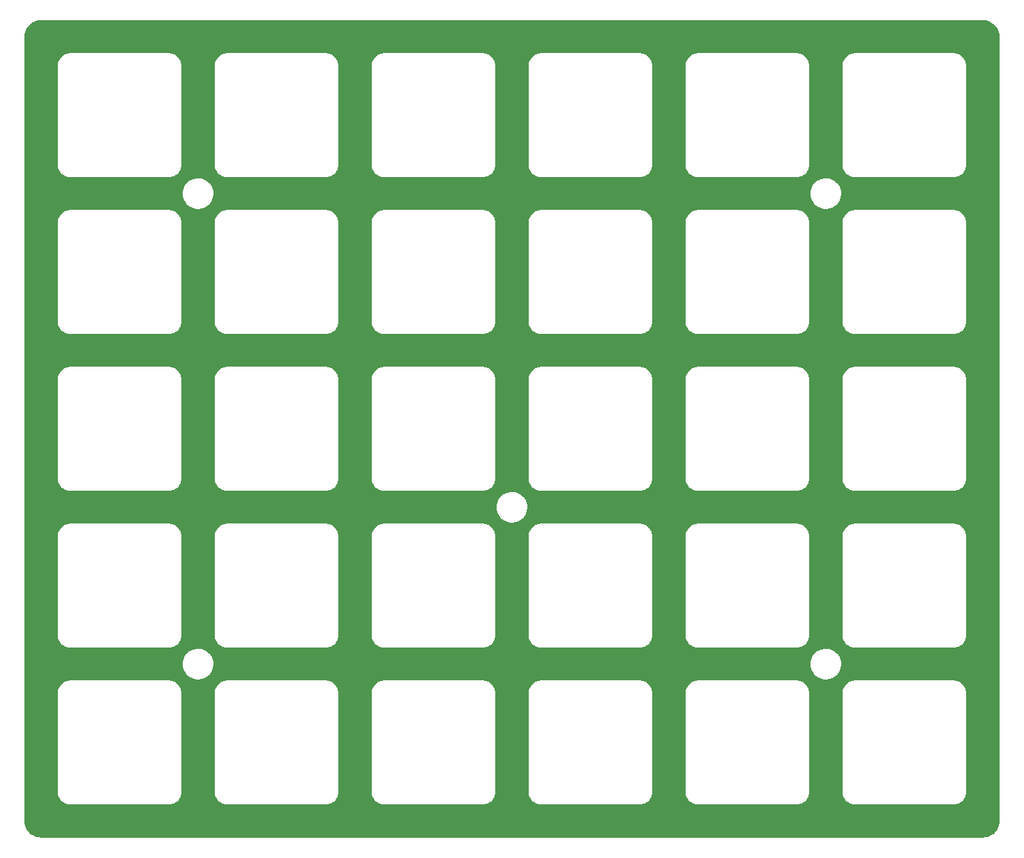
<source format=gtl>
%TF.GenerationSoftware,KiCad,Pcbnew,(6.0.5-0)*%
%TF.CreationDate,2022-06-17T01:32:23+08:00*%
%TF.ProjectId,Plate,506c6174-652e-46b6-9963-61645f706362,rev?*%
%TF.SameCoordinates,PX4bb2a98PY4bb2a98*%
%TF.FileFunction,Copper,L1,Top*%
%TF.FilePolarity,Positive*%
%FSLAX46Y46*%
G04 Gerber Fmt 4.6, Leading zero omitted, Abs format (unit mm)*
G04 Created by KiCad (PCBNEW (6.0.5-0)) date 2022-06-17 01:32:23*
%MOMM*%
%LPD*%
G01*
G04 APERTURE LIST*
G04 APERTURE END LIST*
%TA.AperFunction,NonConductor*%
G36*
X57120018Y59180000D02*
G01*
X57134851Y59177690D01*
X57134855Y59177690D01*
X57143724Y59176309D01*
X57152626Y59177473D01*
X57152629Y59177473D01*
X57160012Y59178439D01*
X57184591Y59179233D01*
X57211442Y59177473D01*
X57406922Y59164660D01*
X57423262Y59162509D01*
X57545477Y59138199D01*
X57667696Y59113888D01*
X57683606Y59109625D01*
X57919600Y59029516D01*
X57934826Y59023209D01*
X58158342Y58912984D01*
X58172616Y58904743D01*
X58379829Y58766287D01*
X58392905Y58756254D01*
X58580278Y58591932D01*
X58591932Y58580278D01*
X58756254Y58392905D01*
X58766287Y58379829D01*
X58904743Y58172616D01*
X58912984Y58158342D01*
X59023209Y57934826D01*
X59029515Y57919602D01*
X59109625Y57683606D01*
X59113889Y57667693D01*
X59162509Y57423262D01*
X59164660Y57406922D01*
X59178763Y57191764D01*
X59177733Y57168650D01*
X59177690Y57165146D01*
X59176309Y57156276D01*
X59177473Y57147374D01*
X59177473Y57147372D01*
X59180436Y57124717D01*
X59181500Y57108379D01*
X59181500Y-38050633D01*
X59180000Y-38070018D01*
X59177690Y-38084851D01*
X59177690Y-38084855D01*
X59176309Y-38093724D01*
X59177473Y-38102626D01*
X59177473Y-38102629D01*
X59178439Y-38110012D01*
X59179233Y-38134591D01*
X59164660Y-38356922D01*
X59162509Y-38373262D01*
X59113889Y-38617693D01*
X59109625Y-38633606D01*
X59075312Y-38734689D01*
X59029516Y-38869600D01*
X59023209Y-38884826D01*
X58912984Y-39108342D01*
X58904743Y-39122616D01*
X58766287Y-39329829D01*
X58756254Y-39342905D01*
X58591932Y-39530278D01*
X58580278Y-39541932D01*
X58392905Y-39706254D01*
X58379829Y-39716287D01*
X58172616Y-39854743D01*
X58158342Y-39862984D01*
X57934826Y-39973209D01*
X57919602Y-39979515D01*
X57683606Y-40059625D01*
X57667696Y-40063888D01*
X57545478Y-40088199D01*
X57423262Y-40112509D01*
X57406922Y-40114660D01*
X57258134Y-40124413D01*
X57191763Y-40128763D01*
X57168650Y-40127733D01*
X57165146Y-40127690D01*
X57156276Y-40126309D01*
X57147374Y-40127473D01*
X57147372Y-40127473D01*
X57133915Y-40129233D01*
X57124714Y-40130436D01*
X57108379Y-40131500D01*
X-57100633Y-40131500D01*
X-57120018Y-40130000D01*
X-57134851Y-40127690D01*
X-57134855Y-40127690D01*
X-57143724Y-40126309D01*
X-57152626Y-40127473D01*
X-57152629Y-40127473D01*
X-57160012Y-40128439D01*
X-57184591Y-40129233D01*
X-57229201Y-40126309D01*
X-57406922Y-40114660D01*
X-57423262Y-40112509D01*
X-57545478Y-40088199D01*
X-57667696Y-40063888D01*
X-57683606Y-40059625D01*
X-57919602Y-39979515D01*
X-57934826Y-39973209D01*
X-58158342Y-39862984D01*
X-58172616Y-39854743D01*
X-58379829Y-39716287D01*
X-58392905Y-39706254D01*
X-58580278Y-39541932D01*
X-58591932Y-39530278D01*
X-58756254Y-39342905D01*
X-58766287Y-39329829D01*
X-58904743Y-39122616D01*
X-58912984Y-39108342D01*
X-59023209Y-38884826D01*
X-59029516Y-38869600D01*
X-59075312Y-38734689D01*
X-59109625Y-38633606D01*
X-59113889Y-38617693D01*
X-59162509Y-38373262D01*
X-59164660Y-38356922D01*
X-59178524Y-38145407D01*
X-59177350Y-38122232D01*
X-59177666Y-38122204D01*
X-59177230Y-38117344D01*
X-59176424Y-38112552D01*
X-59176271Y-38100000D01*
X-59180227Y-38072376D01*
X-59181500Y-38054514D01*
X-59181500Y-34568724D01*
X-55138691Y-34568724D01*
X-55137208Y-34580062D01*
X-55136465Y-34587406D01*
X-55121959Y-34790230D01*
X-55076092Y-35001079D01*
X-55074520Y-35005294D01*
X-55074519Y-35005297D01*
X-55052657Y-35063910D01*
X-55000685Y-35203254D01*
X-54897272Y-35392640D01*
X-54767960Y-35565381D01*
X-54615381Y-35717960D01*
X-54442640Y-35847272D01*
X-54253254Y-35950685D01*
X-54152167Y-35988388D01*
X-54055297Y-36024519D01*
X-54055294Y-36024520D01*
X-54051079Y-36026092D01*
X-54046689Y-36027047D01*
X-54046682Y-36027049D01*
X-53891771Y-36060747D01*
X-53840230Y-36071959D01*
X-53665465Y-36084459D01*
X-53653554Y-36085884D01*
X-53642352Y-36087769D01*
X-53642345Y-36087770D01*
X-53637552Y-36088576D01*
X-53631276Y-36088652D01*
X-53629860Y-36088670D01*
X-53629857Y-36088670D01*
X-53625000Y-36088729D01*
X-53597376Y-36084773D01*
X-53579514Y-36083500D01*
X-41678250Y-36083500D01*
X-41657345Y-36085246D01*
X-41642344Y-36087770D01*
X-41642341Y-36087770D01*
X-41637552Y-36088576D01*
X-41631313Y-36088652D01*
X-41629860Y-36088670D01*
X-41629857Y-36088670D01*
X-41625000Y-36088729D01*
X-41610210Y-36086611D01*
X-41601357Y-36085662D01*
X-41414258Y-36072280D01*
X-41409770Y-36071959D01*
X-41358229Y-36060747D01*
X-41203318Y-36027049D01*
X-41203311Y-36027047D01*
X-41198921Y-36026092D01*
X-41194706Y-36024520D01*
X-41194703Y-36024519D01*
X-41097833Y-35988388D01*
X-40996746Y-35950685D01*
X-40807360Y-35847272D01*
X-40634619Y-35717960D01*
X-40482040Y-35565381D01*
X-40352728Y-35392640D01*
X-40249315Y-35203254D01*
X-40197343Y-35063910D01*
X-40175481Y-35005297D01*
X-40175480Y-35005294D01*
X-40173908Y-35001079D01*
X-40128041Y-34790230D01*
X-40115541Y-34615465D01*
X-40114116Y-34603554D01*
X-40112231Y-34592352D01*
X-40112230Y-34592345D01*
X-40111424Y-34587552D01*
X-40111347Y-34581276D01*
X-40111330Y-34579860D01*
X-40111330Y-34579857D01*
X-40111271Y-34575000D01*
X-40112170Y-34568724D01*
X-36088691Y-34568724D01*
X-36087208Y-34580062D01*
X-36086465Y-34587406D01*
X-36071959Y-34790230D01*
X-36026092Y-35001079D01*
X-36024520Y-35005294D01*
X-36024519Y-35005297D01*
X-36002657Y-35063910D01*
X-35950685Y-35203254D01*
X-35847272Y-35392640D01*
X-35717960Y-35565381D01*
X-35565381Y-35717960D01*
X-35392640Y-35847272D01*
X-35203254Y-35950685D01*
X-35102167Y-35988388D01*
X-35005297Y-36024519D01*
X-35005294Y-36024520D01*
X-35001079Y-36026092D01*
X-34996689Y-36027047D01*
X-34996682Y-36027049D01*
X-34841771Y-36060747D01*
X-34790230Y-36071959D01*
X-34615465Y-36084459D01*
X-34603554Y-36085884D01*
X-34592352Y-36087769D01*
X-34592345Y-36087770D01*
X-34587552Y-36088576D01*
X-34581276Y-36088652D01*
X-34579860Y-36088670D01*
X-34579857Y-36088670D01*
X-34575000Y-36088729D01*
X-34547376Y-36084773D01*
X-34529514Y-36083500D01*
X-22628250Y-36083500D01*
X-22607345Y-36085246D01*
X-22592344Y-36087770D01*
X-22592341Y-36087770D01*
X-22587552Y-36088576D01*
X-22581313Y-36088652D01*
X-22579860Y-36088670D01*
X-22579857Y-36088670D01*
X-22575000Y-36088729D01*
X-22560210Y-36086611D01*
X-22551357Y-36085662D01*
X-22364258Y-36072280D01*
X-22359770Y-36071959D01*
X-22308229Y-36060747D01*
X-22153318Y-36027049D01*
X-22153311Y-36027047D01*
X-22148921Y-36026092D01*
X-22144706Y-36024520D01*
X-22144703Y-36024519D01*
X-22047833Y-35988388D01*
X-21946746Y-35950685D01*
X-21757360Y-35847272D01*
X-21584619Y-35717960D01*
X-21432040Y-35565381D01*
X-21302728Y-35392640D01*
X-21199315Y-35203254D01*
X-21147343Y-35063910D01*
X-21125481Y-35005297D01*
X-21125480Y-35005294D01*
X-21123908Y-35001079D01*
X-21078041Y-34790230D01*
X-21065541Y-34615465D01*
X-21064116Y-34603554D01*
X-21062231Y-34592352D01*
X-21062230Y-34592345D01*
X-21061424Y-34587552D01*
X-21061347Y-34581276D01*
X-21061330Y-34579860D01*
X-21061330Y-34579857D01*
X-21061271Y-34575000D01*
X-21062170Y-34568724D01*
X-17038691Y-34568724D01*
X-17037208Y-34580062D01*
X-17036465Y-34587406D01*
X-17021959Y-34790230D01*
X-16976092Y-35001079D01*
X-16974520Y-35005294D01*
X-16974519Y-35005297D01*
X-16952657Y-35063910D01*
X-16900685Y-35203254D01*
X-16797272Y-35392640D01*
X-16667960Y-35565381D01*
X-16515381Y-35717960D01*
X-16342640Y-35847272D01*
X-16153254Y-35950685D01*
X-16052167Y-35988388D01*
X-15955297Y-36024519D01*
X-15955294Y-36024520D01*
X-15951079Y-36026092D01*
X-15946689Y-36027047D01*
X-15946682Y-36027049D01*
X-15791771Y-36060747D01*
X-15740230Y-36071959D01*
X-15565465Y-36084459D01*
X-15553554Y-36085884D01*
X-15542352Y-36087769D01*
X-15542345Y-36087770D01*
X-15537552Y-36088576D01*
X-15531276Y-36088652D01*
X-15529860Y-36088670D01*
X-15529857Y-36088670D01*
X-15525000Y-36088729D01*
X-15497376Y-36084773D01*
X-15479514Y-36083500D01*
X-3578250Y-36083500D01*
X-3557345Y-36085246D01*
X-3542344Y-36087770D01*
X-3542341Y-36087770D01*
X-3537552Y-36088576D01*
X-3531313Y-36088652D01*
X-3529860Y-36088670D01*
X-3529857Y-36088670D01*
X-3525000Y-36088729D01*
X-3510210Y-36086611D01*
X-3501357Y-36085662D01*
X-3314258Y-36072280D01*
X-3309770Y-36071959D01*
X-3258229Y-36060747D01*
X-3103318Y-36027049D01*
X-3103311Y-36027047D01*
X-3098921Y-36026092D01*
X-3094706Y-36024520D01*
X-3094703Y-36024519D01*
X-2997833Y-35988388D01*
X-2896746Y-35950685D01*
X-2707360Y-35847272D01*
X-2534619Y-35717960D01*
X-2382040Y-35565381D01*
X-2252728Y-35392640D01*
X-2149315Y-35203254D01*
X-2097343Y-35063910D01*
X-2075481Y-35005297D01*
X-2075480Y-35005294D01*
X-2073908Y-35001079D01*
X-2028041Y-34790230D01*
X-2015541Y-34615465D01*
X-2014116Y-34603554D01*
X-2012231Y-34592352D01*
X-2012230Y-34592345D01*
X-2011424Y-34587552D01*
X-2011348Y-34581276D01*
X-2011330Y-34579860D01*
X-2011330Y-34579857D01*
X-2011271Y-34575000D01*
X-2012170Y-34568724D01*
X2011309Y-34568724D01*
X2012792Y-34580062D01*
X2013535Y-34587406D01*
X2028041Y-34790230D01*
X2073908Y-35001079D01*
X2075480Y-35005294D01*
X2075481Y-35005297D01*
X2097343Y-35063910D01*
X2149315Y-35203254D01*
X2252728Y-35392640D01*
X2382040Y-35565381D01*
X2534619Y-35717960D01*
X2707360Y-35847272D01*
X2896746Y-35950685D01*
X2997833Y-35988388D01*
X3094703Y-36024519D01*
X3094706Y-36024520D01*
X3098921Y-36026092D01*
X3103311Y-36027047D01*
X3103318Y-36027049D01*
X3258229Y-36060747D01*
X3309770Y-36071959D01*
X3484535Y-36084459D01*
X3496446Y-36085884D01*
X3507648Y-36087769D01*
X3507655Y-36087770D01*
X3512448Y-36088576D01*
X3518724Y-36088652D01*
X3520140Y-36088670D01*
X3520143Y-36088670D01*
X3525000Y-36088729D01*
X3552624Y-36084773D01*
X3570486Y-36083500D01*
X15471750Y-36083500D01*
X15492655Y-36085246D01*
X15507656Y-36087770D01*
X15507659Y-36087770D01*
X15512448Y-36088576D01*
X15518687Y-36088652D01*
X15520140Y-36088670D01*
X15520143Y-36088670D01*
X15525000Y-36088729D01*
X15539790Y-36086611D01*
X15548643Y-36085662D01*
X15735742Y-36072280D01*
X15740230Y-36071959D01*
X15791771Y-36060747D01*
X15946682Y-36027049D01*
X15946689Y-36027047D01*
X15951079Y-36026092D01*
X15955294Y-36024520D01*
X15955297Y-36024519D01*
X16052167Y-35988388D01*
X16153254Y-35950685D01*
X16342640Y-35847272D01*
X16515381Y-35717960D01*
X16667960Y-35565381D01*
X16797272Y-35392640D01*
X16900685Y-35203254D01*
X16952657Y-35063910D01*
X16974519Y-35005297D01*
X16974520Y-35005294D01*
X16976092Y-35001079D01*
X17021959Y-34790230D01*
X17034459Y-34615465D01*
X17035884Y-34603554D01*
X17037769Y-34592352D01*
X17037770Y-34592345D01*
X17038576Y-34587552D01*
X17038652Y-34581276D01*
X17038670Y-34579860D01*
X17038670Y-34579857D01*
X17038729Y-34575000D01*
X17037830Y-34568724D01*
X21061309Y-34568724D01*
X21062792Y-34580062D01*
X21063535Y-34587406D01*
X21078041Y-34790230D01*
X21123908Y-35001079D01*
X21125480Y-35005294D01*
X21125481Y-35005297D01*
X21147343Y-35063910D01*
X21199315Y-35203254D01*
X21302728Y-35392640D01*
X21432040Y-35565381D01*
X21584619Y-35717960D01*
X21757360Y-35847272D01*
X21946746Y-35950685D01*
X22047833Y-35988388D01*
X22144703Y-36024519D01*
X22144706Y-36024520D01*
X22148921Y-36026092D01*
X22153311Y-36027047D01*
X22153318Y-36027049D01*
X22308229Y-36060747D01*
X22359770Y-36071959D01*
X22534535Y-36084459D01*
X22546446Y-36085884D01*
X22557648Y-36087769D01*
X22557655Y-36087770D01*
X22562448Y-36088576D01*
X22568724Y-36088652D01*
X22570140Y-36088670D01*
X22570143Y-36088670D01*
X22575000Y-36088729D01*
X22602624Y-36084773D01*
X22620486Y-36083500D01*
X34521750Y-36083500D01*
X34542655Y-36085246D01*
X34557656Y-36087770D01*
X34557659Y-36087770D01*
X34562448Y-36088576D01*
X34568687Y-36088652D01*
X34570140Y-36088670D01*
X34570143Y-36088670D01*
X34575000Y-36088729D01*
X34589790Y-36086611D01*
X34598643Y-36085662D01*
X34785742Y-36072280D01*
X34790230Y-36071959D01*
X34841771Y-36060747D01*
X34996682Y-36027049D01*
X34996689Y-36027047D01*
X35001079Y-36026092D01*
X35005294Y-36024520D01*
X35005297Y-36024519D01*
X35102167Y-35988388D01*
X35203254Y-35950685D01*
X35392640Y-35847272D01*
X35565381Y-35717960D01*
X35717960Y-35565381D01*
X35847272Y-35392640D01*
X35950685Y-35203254D01*
X36002657Y-35063910D01*
X36024519Y-35005297D01*
X36024520Y-35005294D01*
X36026092Y-35001079D01*
X36071959Y-34790230D01*
X36084459Y-34615465D01*
X36085884Y-34603554D01*
X36087769Y-34592352D01*
X36087770Y-34592345D01*
X36088576Y-34587552D01*
X36088652Y-34581276D01*
X36088670Y-34579860D01*
X36088670Y-34579857D01*
X36088729Y-34575000D01*
X36087830Y-34568724D01*
X40111309Y-34568724D01*
X40112792Y-34580062D01*
X40113535Y-34587406D01*
X40128041Y-34790230D01*
X40173908Y-35001079D01*
X40175480Y-35005294D01*
X40175481Y-35005297D01*
X40197343Y-35063910D01*
X40249315Y-35203254D01*
X40352728Y-35392640D01*
X40482040Y-35565381D01*
X40634619Y-35717960D01*
X40807360Y-35847272D01*
X40996746Y-35950685D01*
X41097833Y-35988388D01*
X41194703Y-36024519D01*
X41194706Y-36024520D01*
X41198921Y-36026092D01*
X41203311Y-36027047D01*
X41203318Y-36027049D01*
X41358229Y-36060747D01*
X41409770Y-36071959D01*
X41584535Y-36084459D01*
X41596446Y-36085884D01*
X41607648Y-36087769D01*
X41607655Y-36087770D01*
X41612448Y-36088576D01*
X41618724Y-36088652D01*
X41620140Y-36088670D01*
X41620143Y-36088670D01*
X41625000Y-36088729D01*
X41652624Y-36084773D01*
X41670486Y-36083500D01*
X53571750Y-36083500D01*
X53592655Y-36085246D01*
X53607656Y-36087770D01*
X53607659Y-36087770D01*
X53612448Y-36088576D01*
X53618687Y-36088652D01*
X53620140Y-36088670D01*
X53620143Y-36088670D01*
X53625000Y-36088729D01*
X53639790Y-36086611D01*
X53648643Y-36085662D01*
X53835742Y-36072280D01*
X53840230Y-36071959D01*
X53891771Y-36060747D01*
X54046682Y-36027049D01*
X54046689Y-36027047D01*
X54051079Y-36026092D01*
X54055294Y-36024520D01*
X54055297Y-36024519D01*
X54152167Y-35988388D01*
X54253254Y-35950685D01*
X54442640Y-35847272D01*
X54615381Y-35717960D01*
X54767960Y-35565381D01*
X54897272Y-35392640D01*
X55000685Y-35203254D01*
X55052657Y-35063910D01*
X55074519Y-35005297D01*
X55074520Y-35005294D01*
X55076092Y-35001079D01*
X55121959Y-34790230D01*
X55134459Y-34615465D01*
X55135884Y-34603554D01*
X55137769Y-34592352D01*
X55137770Y-34592345D01*
X55138576Y-34587552D01*
X55138652Y-34581276D01*
X55138670Y-34579860D01*
X55138670Y-34579857D01*
X55138729Y-34575000D01*
X55134773Y-34547376D01*
X55133500Y-34529514D01*
X55133500Y-22628250D01*
X55135246Y-22607345D01*
X55137770Y-22592344D01*
X55137770Y-22592341D01*
X55138576Y-22587552D01*
X55138729Y-22575000D01*
X55136611Y-22560210D01*
X55135662Y-22551357D01*
X55122280Y-22364258D01*
X55121959Y-22359770D01*
X55076092Y-22148921D01*
X55053628Y-22088691D01*
X55002258Y-21950964D01*
X55000685Y-21946746D01*
X54897272Y-21757360D01*
X54767960Y-21584619D01*
X54615381Y-21432040D01*
X54442640Y-21302728D01*
X54253254Y-21199315D01*
X54152166Y-21161611D01*
X54055297Y-21125481D01*
X54055294Y-21125480D01*
X54051079Y-21123908D01*
X54046689Y-21122953D01*
X54046682Y-21122951D01*
X53891771Y-21089253D01*
X53840230Y-21078041D01*
X53665465Y-21065541D01*
X53653554Y-21064116D01*
X53642352Y-21062231D01*
X53642345Y-21062230D01*
X53637552Y-21061424D01*
X53631276Y-21061347D01*
X53629860Y-21061330D01*
X53629857Y-21061330D01*
X53625000Y-21061271D01*
X53605134Y-21064116D01*
X53597376Y-21065227D01*
X53579514Y-21066500D01*
X41678250Y-21066500D01*
X41657345Y-21064754D01*
X41642344Y-21062230D01*
X41642341Y-21062230D01*
X41637552Y-21061424D01*
X41631313Y-21061348D01*
X41629860Y-21061330D01*
X41629857Y-21061330D01*
X41625000Y-21061271D01*
X41610210Y-21063389D01*
X41601357Y-21064338D01*
X41414258Y-21077720D01*
X41409770Y-21078041D01*
X41358229Y-21089253D01*
X41203318Y-21122951D01*
X41203311Y-21122953D01*
X41198921Y-21123908D01*
X41194706Y-21125480D01*
X41194703Y-21125481D01*
X41097834Y-21161611D01*
X40996746Y-21199315D01*
X40807360Y-21302728D01*
X40634619Y-21432040D01*
X40482040Y-21584619D01*
X40352728Y-21757360D01*
X40249315Y-21946746D01*
X40247742Y-21950964D01*
X40196373Y-22088691D01*
X40173908Y-22148921D01*
X40128041Y-22359770D01*
X40120470Y-22465631D01*
X40114988Y-22542275D01*
X40113808Y-22552675D01*
X40112690Y-22559851D01*
X40112690Y-22559855D01*
X40111309Y-22568724D01*
X40112473Y-22577626D01*
X40112473Y-22577628D01*
X40115436Y-22600283D01*
X40116500Y-22616621D01*
X40116500Y-34525633D01*
X40115000Y-34545018D01*
X40112690Y-34559851D01*
X40112690Y-34559855D01*
X40111309Y-34568724D01*
X36087830Y-34568724D01*
X36084773Y-34547376D01*
X36083500Y-34529514D01*
X36083500Y-22628250D01*
X36085246Y-22607345D01*
X36087770Y-22592344D01*
X36087770Y-22592341D01*
X36088576Y-22587552D01*
X36088729Y-22575000D01*
X36086611Y-22560210D01*
X36085662Y-22551357D01*
X36072280Y-22364258D01*
X36071959Y-22359770D01*
X36026092Y-22148921D01*
X36003628Y-22088691D01*
X35952258Y-21950964D01*
X35950685Y-21946746D01*
X35847272Y-21757360D01*
X35717960Y-21584619D01*
X35565381Y-21432040D01*
X35392640Y-21302728D01*
X35203254Y-21199315D01*
X35102166Y-21161611D01*
X35005297Y-21125481D01*
X35005294Y-21125480D01*
X35001079Y-21123908D01*
X34996689Y-21122953D01*
X34996682Y-21122951D01*
X34841771Y-21089253D01*
X34790230Y-21078041D01*
X34615465Y-21065541D01*
X34603554Y-21064116D01*
X34592352Y-21062231D01*
X34592345Y-21062230D01*
X34587552Y-21061424D01*
X34581276Y-21061347D01*
X34579860Y-21061330D01*
X34579857Y-21061330D01*
X34575000Y-21061271D01*
X34555134Y-21064116D01*
X34547376Y-21065227D01*
X34529514Y-21066500D01*
X22628250Y-21066500D01*
X22607345Y-21064754D01*
X22592344Y-21062230D01*
X22592341Y-21062230D01*
X22587552Y-21061424D01*
X22581313Y-21061348D01*
X22579860Y-21061330D01*
X22579857Y-21061330D01*
X22575000Y-21061271D01*
X22560210Y-21063389D01*
X22551357Y-21064338D01*
X22364258Y-21077720D01*
X22359770Y-21078041D01*
X22308229Y-21089253D01*
X22153318Y-21122951D01*
X22153311Y-21122953D01*
X22148921Y-21123908D01*
X22144706Y-21125480D01*
X22144703Y-21125481D01*
X22047834Y-21161611D01*
X21946746Y-21199315D01*
X21757360Y-21302728D01*
X21584619Y-21432040D01*
X21432040Y-21584619D01*
X21302728Y-21757360D01*
X21199315Y-21946746D01*
X21197742Y-21950964D01*
X21146373Y-22088691D01*
X21123908Y-22148921D01*
X21078041Y-22359770D01*
X21070470Y-22465631D01*
X21064988Y-22542275D01*
X21063808Y-22552675D01*
X21062690Y-22559851D01*
X21062690Y-22559855D01*
X21061309Y-22568724D01*
X21062473Y-22577626D01*
X21062473Y-22577628D01*
X21065436Y-22600283D01*
X21066500Y-22616621D01*
X21066500Y-34525633D01*
X21065000Y-34545018D01*
X21062690Y-34559851D01*
X21062690Y-34559855D01*
X21061309Y-34568724D01*
X17037830Y-34568724D01*
X17034773Y-34547376D01*
X17033500Y-34529514D01*
X17033500Y-22628250D01*
X17035246Y-22607345D01*
X17037770Y-22592344D01*
X17037770Y-22592341D01*
X17038576Y-22587552D01*
X17038729Y-22575000D01*
X17036611Y-22560210D01*
X17035662Y-22551357D01*
X17022280Y-22364258D01*
X17021959Y-22359770D01*
X16976092Y-22148921D01*
X16953628Y-22088691D01*
X16902258Y-21950964D01*
X16900685Y-21946746D01*
X16797272Y-21757360D01*
X16667960Y-21584619D01*
X16515381Y-21432040D01*
X16342640Y-21302728D01*
X16153254Y-21199315D01*
X16052166Y-21161611D01*
X15955297Y-21125481D01*
X15955294Y-21125480D01*
X15951079Y-21123908D01*
X15946689Y-21122953D01*
X15946682Y-21122951D01*
X15791771Y-21089253D01*
X15740230Y-21078041D01*
X15565465Y-21065541D01*
X15553554Y-21064116D01*
X15542352Y-21062231D01*
X15542345Y-21062230D01*
X15537552Y-21061424D01*
X15531276Y-21061347D01*
X15529860Y-21061330D01*
X15529857Y-21061330D01*
X15525000Y-21061271D01*
X15505134Y-21064116D01*
X15497376Y-21065227D01*
X15479514Y-21066500D01*
X3578250Y-21066500D01*
X3557345Y-21064754D01*
X3542344Y-21062230D01*
X3542341Y-21062230D01*
X3537552Y-21061424D01*
X3531313Y-21061348D01*
X3529860Y-21061330D01*
X3529857Y-21061330D01*
X3525000Y-21061271D01*
X3510210Y-21063389D01*
X3501357Y-21064338D01*
X3314258Y-21077720D01*
X3309770Y-21078041D01*
X3258229Y-21089253D01*
X3103318Y-21122951D01*
X3103311Y-21122953D01*
X3098921Y-21123908D01*
X3094706Y-21125480D01*
X3094703Y-21125481D01*
X2997834Y-21161611D01*
X2896746Y-21199315D01*
X2707360Y-21302728D01*
X2534619Y-21432040D01*
X2382040Y-21584619D01*
X2252728Y-21757360D01*
X2149315Y-21946746D01*
X2147742Y-21950964D01*
X2096373Y-22088691D01*
X2073908Y-22148921D01*
X2028041Y-22359770D01*
X2020470Y-22465631D01*
X2014988Y-22542275D01*
X2013808Y-22552675D01*
X2012690Y-22559851D01*
X2012690Y-22559855D01*
X2011309Y-22568724D01*
X2012473Y-22577626D01*
X2012473Y-22577628D01*
X2015436Y-22600283D01*
X2016500Y-22616621D01*
X2016500Y-34525633D01*
X2015000Y-34545018D01*
X2012690Y-34559851D01*
X2012690Y-34559855D01*
X2011309Y-34568724D01*
X-2012170Y-34568724D01*
X-2015227Y-34547376D01*
X-2016500Y-34529514D01*
X-2016500Y-22628250D01*
X-2014754Y-22607345D01*
X-2012230Y-22592344D01*
X-2012230Y-22592341D01*
X-2011424Y-22587552D01*
X-2011271Y-22575000D01*
X-2013389Y-22560210D01*
X-2014338Y-22551357D01*
X-2027720Y-22364258D01*
X-2028041Y-22359770D01*
X-2073908Y-22148921D01*
X-2096372Y-22088691D01*
X-2147742Y-21950964D01*
X-2149315Y-21946746D01*
X-2252728Y-21757360D01*
X-2382040Y-21584619D01*
X-2534619Y-21432040D01*
X-2707360Y-21302728D01*
X-2896746Y-21199315D01*
X-2997834Y-21161611D01*
X-3094703Y-21125481D01*
X-3094706Y-21125480D01*
X-3098921Y-21123908D01*
X-3103311Y-21122953D01*
X-3103318Y-21122951D01*
X-3258229Y-21089253D01*
X-3309770Y-21078041D01*
X-3484535Y-21065541D01*
X-3496446Y-21064116D01*
X-3507648Y-21062231D01*
X-3507655Y-21062230D01*
X-3512448Y-21061424D01*
X-3518724Y-21061347D01*
X-3520140Y-21061330D01*
X-3520143Y-21061330D01*
X-3525000Y-21061271D01*
X-3544866Y-21064116D01*
X-3552624Y-21065227D01*
X-3570486Y-21066500D01*
X-15471750Y-21066500D01*
X-15492655Y-21064754D01*
X-15507656Y-21062230D01*
X-15507659Y-21062230D01*
X-15512448Y-21061424D01*
X-15518687Y-21061348D01*
X-15520140Y-21061330D01*
X-15520143Y-21061330D01*
X-15525000Y-21061271D01*
X-15539790Y-21063389D01*
X-15548643Y-21064338D01*
X-15735742Y-21077720D01*
X-15740230Y-21078041D01*
X-15791771Y-21089253D01*
X-15946682Y-21122951D01*
X-15946689Y-21122953D01*
X-15951079Y-21123908D01*
X-15955294Y-21125480D01*
X-15955297Y-21125481D01*
X-16052166Y-21161611D01*
X-16153254Y-21199315D01*
X-16342640Y-21302728D01*
X-16515381Y-21432040D01*
X-16667960Y-21584619D01*
X-16797272Y-21757360D01*
X-16900685Y-21946746D01*
X-16902258Y-21950964D01*
X-16953627Y-22088691D01*
X-16976092Y-22148921D01*
X-17021959Y-22359770D01*
X-17029530Y-22465631D01*
X-17035012Y-22542275D01*
X-17036192Y-22552675D01*
X-17037310Y-22559851D01*
X-17037310Y-22559855D01*
X-17038691Y-22568724D01*
X-17037527Y-22577626D01*
X-17037527Y-22577628D01*
X-17034564Y-22600283D01*
X-17033500Y-22616621D01*
X-17033500Y-34525633D01*
X-17035000Y-34545018D01*
X-17037310Y-34559851D01*
X-17037310Y-34559855D01*
X-17038691Y-34568724D01*
X-21062170Y-34568724D01*
X-21065227Y-34547376D01*
X-21066500Y-34529514D01*
X-21066500Y-22628250D01*
X-21064754Y-22607345D01*
X-21062230Y-22592344D01*
X-21062230Y-22592341D01*
X-21061424Y-22587552D01*
X-21061271Y-22575000D01*
X-21063389Y-22560210D01*
X-21064338Y-22551357D01*
X-21077720Y-22364258D01*
X-21078041Y-22359770D01*
X-21123908Y-22148921D01*
X-21146372Y-22088691D01*
X-21197742Y-21950964D01*
X-21199315Y-21946746D01*
X-21302728Y-21757360D01*
X-21432040Y-21584619D01*
X-21584619Y-21432040D01*
X-21757360Y-21302728D01*
X-21946746Y-21199315D01*
X-22047834Y-21161611D01*
X-22144703Y-21125481D01*
X-22144706Y-21125480D01*
X-22148921Y-21123908D01*
X-22153311Y-21122953D01*
X-22153318Y-21122951D01*
X-22308229Y-21089253D01*
X-22359770Y-21078041D01*
X-22534535Y-21065541D01*
X-22546446Y-21064116D01*
X-22557648Y-21062231D01*
X-22557655Y-21062230D01*
X-22562448Y-21061424D01*
X-22568724Y-21061347D01*
X-22570140Y-21061330D01*
X-22570143Y-21061330D01*
X-22575000Y-21061271D01*
X-22594866Y-21064116D01*
X-22602624Y-21065227D01*
X-22620486Y-21066500D01*
X-34521750Y-21066500D01*
X-34542655Y-21064754D01*
X-34557656Y-21062230D01*
X-34557659Y-21062230D01*
X-34562448Y-21061424D01*
X-34568687Y-21061348D01*
X-34570140Y-21061330D01*
X-34570143Y-21061330D01*
X-34575000Y-21061271D01*
X-34589790Y-21063389D01*
X-34598643Y-21064338D01*
X-34785742Y-21077720D01*
X-34790230Y-21078041D01*
X-34841771Y-21089253D01*
X-34996682Y-21122951D01*
X-34996689Y-21122953D01*
X-35001079Y-21123908D01*
X-35005294Y-21125480D01*
X-35005297Y-21125481D01*
X-35102166Y-21161611D01*
X-35203254Y-21199315D01*
X-35392640Y-21302728D01*
X-35565381Y-21432040D01*
X-35717960Y-21584619D01*
X-35847272Y-21757360D01*
X-35950685Y-21946746D01*
X-35952258Y-21950964D01*
X-36003627Y-22088691D01*
X-36026092Y-22148921D01*
X-36071959Y-22359770D01*
X-36079530Y-22465631D01*
X-36085012Y-22542275D01*
X-36086192Y-22552675D01*
X-36087310Y-22559851D01*
X-36087310Y-22559855D01*
X-36088691Y-22568724D01*
X-36087527Y-22577626D01*
X-36087527Y-22577628D01*
X-36084564Y-22600283D01*
X-36083500Y-22616621D01*
X-36083500Y-34525633D01*
X-36085000Y-34545018D01*
X-36087310Y-34559851D01*
X-36087310Y-34559855D01*
X-36088691Y-34568724D01*
X-40112170Y-34568724D01*
X-40115227Y-34547376D01*
X-40116500Y-34529514D01*
X-40116500Y-22628250D01*
X-40114754Y-22607345D01*
X-40112230Y-22592344D01*
X-40112230Y-22592341D01*
X-40111424Y-22587552D01*
X-40111271Y-22575000D01*
X-40113389Y-22560210D01*
X-40114338Y-22551357D01*
X-40127720Y-22364258D01*
X-40128041Y-22359770D01*
X-40173908Y-22148921D01*
X-40196372Y-22088691D01*
X-40247742Y-21950964D01*
X-40249315Y-21946746D01*
X-40352728Y-21757360D01*
X-40482040Y-21584619D01*
X-40634619Y-21432040D01*
X-40807360Y-21302728D01*
X-40996746Y-21199315D01*
X-41097834Y-21161611D01*
X-41194703Y-21125481D01*
X-41194706Y-21125480D01*
X-41198921Y-21123908D01*
X-41203311Y-21122953D01*
X-41203318Y-21122951D01*
X-41358229Y-21089253D01*
X-41409770Y-21078041D01*
X-41584535Y-21065541D01*
X-41596446Y-21064116D01*
X-41607648Y-21062231D01*
X-41607655Y-21062230D01*
X-41612448Y-21061424D01*
X-41618724Y-21061347D01*
X-41620140Y-21061330D01*
X-41620143Y-21061330D01*
X-41625000Y-21061271D01*
X-41644866Y-21064116D01*
X-41652624Y-21065227D01*
X-41670486Y-21066500D01*
X-53571750Y-21066500D01*
X-53592655Y-21064754D01*
X-53607656Y-21062230D01*
X-53607659Y-21062230D01*
X-53612448Y-21061424D01*
X-53618687Y-21061348D01*
X-53620140Y-21061330D01*
X-53620143Y-21061330D01*
X-53625000Y-21061271D01*
X-53639790Y-21063389D01*
X-53648643Y-21064338D01*
X-53835742Y-21077720D01*
X-53840230Y-21078041D01*
X-53891771Y-21089253D01*
X-54046682Y-21122951D01*
X-54046689Y-21122953D01*
X-54051079Y-21123908D01*
X-54055294Y-21125480D01*
X-54055297Y-21125481D01*
X-54152166Y-21161611D01*
X-54253254Y-21199315D01*
X-54442640Y-21302728D01*
X-54615381Y-21432040D01*
X-54767960Y-21584619D01*
X-54897272Y-21757360D01*
X-55000685Y-21946746D01*
X-55002258Y-21950964D01*
X-55053627Y-22088691D01*
X-55076092Y-22148921D01*
X-55121959Y-22359770D01*
X-55129530Y-22465631D01*
X-55135012Y-22542275D01*
X-55136192Y-22552675D01*
X-55137310Y-22559851D01*
X-55137310Y-22559855D01*
X-55138691Y-22568724D01*
X-55137527Y-22577626D01*
X-55137527Y-22577628D01*
X-55134564Y-22600283D01*
X-55133500Y-22616621D01*
X-55133500Y-34525633D01*
X-55135000Y-34545018D01*
X-55137310Y-34559851D01*
X-55137310Y-34559855D01*
X-55138691Y-34568724D01*
X-59181500Y-34568724D01*
X-59181500Y-19092277D01*
X-39962991Y-19092277D01*
X-39937375Y-19360769D01*
X-39936290Y-19365203D01*
X-39936289Y-19365209D01*
X-39874355Y-19618312D01*
X-39873269Y-19622750D01*
X-39772015Y-19872733D01*
X-39635735Y-20105482D01*
X-39632882Y-20109049D01*
X-39515314Y-20256060D01*
X-39467284Y-20316119D01*
X-39270191Y-20500234D01*
X-39048584Y-20653968D01*
X-39044501Y-20655999D01*
X-39044498Y-20656001D01*
X-38928987Y-20713466D01*
X-38807106Y-20774101D01*
X-38802772Y-20775522D01*
X-38802769Y-20775523D01*
X-38555147Y-20856698D01*
X-38555141Y-20856699D01*
X-38550814Y-20858118D01*
X-38546323Y-20858898D01*
X-38546322Y-20858898D01*
X-38288860Y-20903601D01*
X-38288852Y-20903602D01*
X-38285079Y-20904257D01*
X-38281242Y-20904448D01*
X-38201422Y-20908422D01*
X-38201414Y-20908422D01*
X-38199851Y-20908500D01*
X-38031488Y-20908500D01*
X-38029220Y-20908335D01*
X-38029208Y-20908335D01*
X-37898116Y-20898823D01*
X-37830996Y-20893953D01*
X-37826541Y-20892969D01*
X-37826538Y-20892969D01*
X-37572088Y-20836791D01*
X-37572084Y-20836790D01*
X-37567628Y-20835806D01*
X-37441520Y-20788028D01*
X-37319682Y-20741868D01*
X-37319679Y-20741867D01*
X-37315412Y-20740250D01*
X-37079632Y-20609286D01*
X-36865227Y-20445657D01*
X-36676688Y-20252792D01*
X-36517966Y-20034730D01*
X-36434810Y-19876676D01*
X-36394510Y-19800079D01*
X-36394507Y-19800073D01*
X-36392385Y-19796039D01*
X-36329622Y-19618312D01*
X-36304098Y-19546033D01*
X-36304098Y-19546032D01*
X-36302575Y-19541720D01*
X-36250419Y-19277100D01*
X-36241218Y-19092277D01*
X36237009Y-19092277D01*
X36262625Y-19360769D01*
X36263710Y-19365203D01*
X36263711Y-19365209D01*
X36325645Y-19618312D01*
X36326731Y-19622750D01*
X36427985Y-19872733D01*
X36564265Y-20105482D01*
X36567118Y-20109049D01*
X36684686Y-20256060D01*
X36732716Y-20316119D01*
X36929809Y-20500234D01*
X37151416Y-20653968D01*
X37155499Y-20655999D01*
X37155502Y-20656001D01*
X37271013Y-20713466D01*
X37392894Y-20774101D01*
X37397228Y-20775522D01*
X37397231Y-20775523D01*
X37644853Y-20856698D01*
X37644859Y-20856699D01*
X37649186Y-20858118D01*
X37653677Y-20858898D01*
X37653678Y-20858898D01*
X37911140Y-20903601D01*
X37911148Y-20903602D01*
X37914921Y-20904257D01*
X37918758Y-20904448D01*
X37998578Y-20908422D01*
X37998586Y-20908422D01*
X38000149Y-20908500D01*
X38168512Y-20908500D01*
X38170780Y-20908335D01*
X38170792Y-20908335D01*
X38301884Y-20898823D01*
X38369004Y-20893953D01*
X38373459Y-20892969D01*
X38373462Y-20892969D01*
X38627912Y-20836791D01*
X38627916Y-20836790D01*
X38632372Y-20835806D01*
X38758480Y-20788028D01*
X38880318Y-20741868D01*
X38880321Y-20741867D01*
X38884588Y-20740250D01*
X39120368Y-20609286D01*
X39334773Y-20445657D01*
X39523312Y-20252792D01*
X39682034Y-20034730D01*
X39765190Y-19876676D01*
X39805490Y-19800079D01*
X39805493Y-19800073D01*
X39807615Y-19796039D01*
X39870378Y-19618312D01*
X39895902Y-19546033D01*
X39895902Y-19546032D01*
X39897425Y-19541720D01*
X39949581Y-19277100D01*
X39958782Y-19092277D01*
X39962764Y-19012292D01*
X39962764Y-19012286D01*
X39962991Y-19007723D01*
X39937375Y-18739231D01*
X39892042Y-18553967D01*
X39874355Y-18481688D01*
X39873269Y-18477250D01*
X39772015Y-18227267D01*
X39635735Y-17994518D01*
X39517928Y-17847208D01*
X39470136Y-17787447D01*
X39470135Y-17787445D01*
X39467284Y-17783881D01*
X39270191Y-17599766D01*
X39048584Y-17446032D01*
X39044501Y-17444001D01*
X39044498Y-17443999D01*
X38879606Y-17361967D01*
X38807106Y-17325899D01*
X38802772Y-17324478D01*
X38802769Y-17324477D01*
X38555147Y-17243302D01*
X38555141Y-17243301D01*
X38550814Y-17241882D01*
X38546322Y-17241102D01*
X38288860Y-17196399D01*
X38288852Y-17196398D01*
X38285079Y-17195743D01*
X38273817Y-17195182D01*
X38201422Y-17191578D01*
X38201414Y-17191578D01*
X38199851Y-17191500D01*
X38031488Y-17191500D01*
X38029220Y-17191665D01*
X38029208Y-17191665D01*
X37898116Y-17201177D01*
X37830996Y-17206047D01*
X37826541Y-17207031D01*
X37826538Y-17207031D01*
X37572088Y-17263209D01*
X37572084Y-17263210D01*
X37567628Y-17264194D01*
X37441520Y-17311972D01*
X37319682Y-17358132D01*
X37319679Y-17358133D01*
X37315412Y-17359750D01*
X37079632Y-17490714D01*
X36865227Y-17654343D01*
X36676688Y-17847208D01*
X36517966Y-18065270D01*
X36515844Y-18069304D01*
X36394510Y-18299921D01*
X36394507Y-18299927D01*
X36392385Y-18303961D01*
X36390865Y-18308266D01*
X36390863Y-18308270D01*
X36304098Y-18553967D01*
X36302575Y-18558280D01*
X36250419Y-18822900D01*
X36250192Y-18827453D01*
X36250192Y-18827456D01*
X36240991Y-19012292D01*
X36237009Y-19092277D01*
X-36241218Y-19092277D01*
X-36237236Y-19012292D01*
X-36237236Y-19012286D01*
X-36237009Y-19007723D01*
X-36262625Y-18739231D01*
X-36307958Y-18553967D01*
X-36325645Y-18481688D01*
X-36326731Y-18477250D01*
X-36427985Y-18227267D01*
X-36564265Y-17994518D01*
X-36682072Y-17847208D01*
X-36729864Y-17787447D01*
X-36729865Y-17787445D01*
X-36732716Y-17783881D01*
X-36929809Y-17599766D01*
X-37151416Y-17446032D01*
X-37155499Y-17444001D01*
X-37155502Y-17443999D01*
X-37320394Y-17361967D01*
X-37392894Y-17325899D01*
X-37397228Y-17324478D01*
X-37397231Y-17324477D01*
X-37644853Y-17243302D01*
X-37644859Y-17243301D01*
X-37649186Y-17241882D01*
X-37653678Y-17241102D01*
X-37911140Y-17196399D01*
X-37911148Y-17196398D01*
X-37914921Y-17195743D01*
X-37926183Y-17195182D01*
X-37998578Y-17191578D01*
X-37998586Y-17191578D01*
X-38000149Y-17191500D01*
X-38168512Y-17191500D01*
X-38170780Y-17191665D01*
X-38170792Y-17191665D01*
X-38301884Y-17201177D01*
X-38369004Y-17206047D01*
X-38373459Y-17207031D01*
X-38373462Y-17207031D01*
X-38627912Y-17263209D01*
X-38627916Y-17263210D01*
X-38632372Y-17264194D01*
X-38758480Y-17311972D01*
X-38880318Y-17358132D01*
X-38880321Y-17358133D01*
X-38884588Y-17359750D01*
X-39120368Y-17490714D01*
X-39334773Y-17654343D01*
X-39523312Y-17847208D01*
X-39682034Y-18065270D01*
X-39684156Y-18069304D01*
X-39805490Y-18299921D01*
X-39805493Y-18299927D01*
X-39807615Y-18303961D01*
X-39809135Y-18308266D01*
X-39809137Y-18308270D01*
X-39895902Y-18553967D01*
X-39897425Y-18558280D01*
X-39949581Y-18822900D01*
X-39949808Y-18827453D01*
X-39949808Y-18827456D01*
X-39959009Y-19012292D01*
X-39962991Y-19092277D01*
X-59181500Y-19092277D01*
X-59181500Y-15518724D01*
X-55138691Y-15518724D01*
X-55137208Y-15530062D01*
X-55136465Y-15537406D01*
X-55121959Y-15740230D01*
X-55076092Y-15951079D01*
X-55074520Y-15955294D01*
X-55074519Y-15955297D01*
X-55052657Y-16013910D01*
X-55000685Y-16153254D01*
X-54897272Y-16342640D01*
X-54767960Y-16515381D01*
X-54615381Y-16667960D01*
X-54442640Y-16797272D01*
X-54253254Y-16900685D01*
X-54152166Y-16938389D01*
X-54055297Y-16974519D01*
X-54055294Y-16974520D01*
X-54051079Y-16976092D01*
X-54046689Y-16977047D01*
X-54046682Y-16977049D01*
X-53891771Y-17010747D01*
X-53840230Y-17021959D01*
X-53665465Y-17034459D01*
X-53653554Y-17035884D01*
X-53642352Y-17037769D01*
X-53642345Y-17037770D01*
X-53637552Y-17038576D01*
X-53631276Y-17038652D01*
X-53629860Y-17038670D01*
X-53629857Y-17038670D01*
X-53625000Y-17038729D01*
X-53597376Y-17034773D01*
X-53579514Y-17033500D01*
X-41678250Y-17033500D01*
X-41657345Y-17035246D01*
X-41642344Y-17037770D01*
X-41642341Y-17037770D01*
X-41637552Y-17038576D01*
X-41631313Y-17038652D01*
X-41629860Y-17038670D01*
X-41629857Y-17038670D01*
X-41625000Y-17038729D01*
X-41610210Y-17036611D01*
X-41601357Y-17035662D01*
X-41414258Y-17022280D01*
X-41409770Y-17021959D01*
X-41358229Y-17010747D01*
X-41203318Y-16977049D01*
X-41203311Y-16977047D01*
X-41198921Y-16976092D01*
X-41194706Y-16974520D01*
X-41194703Y-16974519D01*
X-41097834Y-16938389D01*
X-40996746Y-16900685D01*
X-40807360Y-16797272D01*
X-40634619Y-16667960D01*
X-40482040Y-16515381D01*
X-40352728Y-16342640D01*
X-40249315Y-16153254D01*
X-40197343Y-16013910D01*
X-40175481Y-15955297D01*
X-40175480Y-15955294D01*
X-40173908Y-15951079D01*
X-40128041Y-15740230D01*
X-40115541Y-15565465D01*
X-40114116Y-15553554D01*
X-40112231Y-15542352D01*
X-40112230Y-15542345D01*
X-40111424Y-15537552D01*
X-40111348Y-15531276D01*
X-40111330Y-15529860D01*
X-40111330Y-15529857D01*
X-40111271Y-15525000D01*
X-40112170Y-15518724D01*
X-36088691Y-15518724D01*
X-36087208Y-15530062D01*
X-36086465Y-15537406D01*
X-36071959Y-15740230D01*
X-36026092Y-15951079D01*
X-36024520Y-15955294D01*
X-36024519Y-15955297D01*
X-36002657Y-16013910D01*
X-35950685Y-16153254D01*
X-35847272Y-16342640D01*
X-35717960Y-16515381D01*
X-35565381Y-16667960D01*
X-35392640Y-16797272D01*
X-35203254Y-16900685D01*
X-35102166Y-16938389D01*
X-35005297Y-16974519D01*
X-35005294Y-16974520D01*
X-35001079Y-16976092D01*
X-34996689Y-16977047D01*
X-34996682Y-16977049D01*
X-34841771Y-17010747D01*
X-34790230Y-17021959D01*
X-34615465Y-17034459D01*
X-34603554Y-17035884D01*
X-34592352Y-17037769D01*
X-34592345Y-17037770D01*
X-34587552Y-17038576D01*
X-34581276Y-17038652D01*
X-34579860Y-17038670D01*
X-34579857Y-17038670D01*
X-34575000Y-17038729D01*
X-34547376Y-17034773D01*
X-34529514Y-17033500D01*
X-22628250Y-17033500D01*
X-22607345Y-17035246D01*
X-22592344Y-17037770D01*
X-22592341Y-17037770D01*
X-22587552Y-17038576D01*
X-22581313Y-17038652D01*
X-22579860Y-17038670D01*
X-22579857Y-17038670D01*
X-22575000Y-17038729D01*
X-22560210Y-17036611D01*
X-22551357Y-17035662D01*
X-22364258Y-17022280D01*
X-22359770Y-17021959D01*
X-22308229Y-17010747D01*
X-22153318Y-16977049D01*
X-22153311Y-16977047D01*
X-22148921Y-16976092D01*
X-22144706Y-16974520D01*
X-22144703Y-16974519D01*
X-22047834Y-16938389D01*
X-21946746Y-16900685D01*
X-21757360Y-16797272D01*
X-21584619Y-16667960D01*
X-21432040Y-16515381D01*
X-21302728Y-16342640D01*
X-21199315Y-16153254D01*
X-21147343Y-16013910D01*
X-21125481Y-15955297D01*
X-21125480Y-15955294D01*
X-21123908Y-15951079D01*
X-21078041Y-15740230D01*
X-21065541Y-15565465D01*
X-21064116Y-15553554D01*
X-21062231Y-15542352D01*
X-21062230Y-15542345D01*
X-21061424Y-15537552D01*
X-21061348Y-15531276D01*
X-21061330Y-15529860D01*
X-21061330Y-15529857D01*
X-21061271Y-15525000D01*
X-21062170Y-15518724D01*
X-17038691Y-15518724D01*
X-17037208Y-15530062D01*
X-17036465Y-15537406D01*
X-17021959Y-15740230D01*
X-16976092Y-15951079D01*
X-16974520Y-15955294D01*
X-16974519Y-15955297D01*
X-16952657Y-16013910D01*
X-16900685Y-16153254D01*
X-16797272Y-16342640D01*
X-16667960Y-16515381D01*
X-16515381Y-16667960D01*
X-16342640Y-16797272D01*
X-16153254Y-16900685D01*
X-16052166Y-16938389D01*
X-15955297Y-16974519D01*
X-15955294Y-16974520D01*
X-15951079Y-16976092D01*
X-15946689Y-16977047D01*
X-15946682Y-16977049D01*
X-15791771Y-17010747D01*
X-15740230Y-17021959D01*
X-15565465Y-17034459D01*
X-15553554Y-17035884D01*
X-15542352Y-17037769D01*
X-15542345Y-17037770D01*
X-15537552Y-17038576D01*
X-15531276Y-17038652D01*
X-15529860Y-17038670D01*
X-15529857Y-17038670D01*
X-15525000Y-17038729D01*
X-15497376Y-17034773D01*
X-15479514Y-17033500D01*
X-3578250Y-17033500D01*
X-3557345Y-17035246D01*
X-3542344Y-17037770D01*
X-3542341Y-17037770D01*
X-3537552Y-17038576D01*
X-3531313Y-17038652D01*
X-3529860Y-17038670D01*
X-3529857Y-17038670D01*
X-3525000Y-17038729D01*
X-3510210Y-17036611D01*
X-3501357Y-17035662D01*
X-3314258Y-17022280D01*
X-3309770Y-17021959D01*
X-3258229Y-17010747D01*
X-3103318Y-16977049D01*
X-3103311Y-16977047D01*
X-3098921Y-16976092D01*
X-3094706Y-16974520D01*
X-3094703Y-16974519D01*
X-2997834Y-16938389D01*
X-2896746Y-16900685D01*
X-2707360Y-16797272D01*
X-2534619Y-16667960D01*
X-2382040Y-16515381D01*
X-2252728Y-16342640D01*
X-2149315Y-16153254D01*
X-2097343Y-16013910D01*
X-2075481Y-15955297D01*
X-2075480Y-15955294D01*
X-2073908Y-15951079D01*
X-2028041Y-15740230D01*
X-2015541Y-15565465D01*
X-2014116Y-15553554D01*
X-2012231Y-15542352D01*
X-2012230Y-15542345D01*
X-2011424Y-15537552D01*
X-2011347Y-15531276D01*
X-2011330Y-15529860D01*
X-2011330Y-15529857D01*
X-2011271Y-15525000D01*
X-2012170Y-15518724D01*
X2011309Y-15518724D01*
X2012792Y-15530062D01*
X2013535Y-15537406D01*
X2028041Y-15740230D01*
X2073908Y-15951079D01*
X2075480Y-15955294D01*
X2075481Y-15955297D01*
X2097343Y-16013910D01*
X2149315Y-16153254D01*
X2252728Y-16342640D01*
X2382040Y-16515381D01*
X2534619Y-16667960D01*
X2707360Y-16797272D01*
X2896746Y-16900685D01*
X2997834Y-16938389D01*
X3094703Y-16974519D01*
X3094706Y-16974520D01*
X3098921Y-16976092D01*
X3103311Y-16977047D01*
X3103318Y-16977049D01*
X3258229Y-17010747D01*
X3309770Y-17021959D01*
X3484535Y-17034459D01*
X3496446Y-17035884D01*
X3507648Y-17037769D01*
X3507655Y-17037770D01*
X3512448Y-17038576D01*
X3518724Y-17038652D01*
X3520140Y-17038670D01*
X3520143Y-17038670D01*
X3525000Y-17038729D01*
X3552624Y-17034773D01*
X3570486Y-17033500D01*
X15471750Y-17033500D01*
X15492655Y-17035246D01*
X15507656Y-17037770D01*
X15507659Y-17037770D01*
X15512448Y-17038576D01*
X15518687Y-17038652D01*
X15520140Y-17038670D01*
X15520143Y-17038670D01*
X15525000Y-17038729D01*
X15539790Y-17036611D01*
X15548643Y-17035662D01*
X15735742Y-17022280D01*
X15740230Y-17021959D01*
X15791771Y-17010747D01*
X15946682Y-16977049D01*
X15946689Y-16977047D01*
X15951079Y-16976092D01*
X15955294Y-16974520D01*
X15955297Y-16974519D01*
X16052166Y-16938389D01*
X16153254Y-16900685D01*
X16342640Y-16797272D01*
X16515381Y-16667960D01*
X16667960Y-16515381D01*
X16797272Y-16342640D01*
X16900685Y-16153254D01*
X16952657Y-16013910D01*
X16974519Y-15955297D01*
X16974520Y-15955294D01*
X16976092Y-15951079D01*
X17021959Y-15740230D01*
X17034459Y-15565465D01*
X17035884Y-15553554D01*
X17037769Y-15542352D01*
X17037770Y-15542345D01*
X17038576Y-15537552D01*
X17038653Y-15531276D01*
X17038670Y-15529860D01*
X17038670Y-15529857D01*
X17038729Y-15525000D01*
X17037830Y-15518724D01*
X21061309Y-15518724D01*
X21062792Y-15530062D01*
X21063535Y-15537406D01*
X21078041Y-15740230D01*
X21123908Y-15951079D01*
X21125480Y-15955294D01*
X21125481Y-15955297D01*
X21147343Y-16013910D01*
X21199315Y-16153254D01*
X21302728Y-16342640D01*
X21432040Y-16515381D01*
X21584619Y-16667960D01*
X21757360Y-16797272D01*
X21946746Y-16900685D01*
X22047834Y-16938389D01*
X22144703Y-16974519D01*
X22144706Y-16974520D01*
X22148921Y-16976092D01*
X22153311Y-16977047D01*
X22153318Y-16977049D01*
X22308229Y-17010747D01*
X22359770Y-17021959D01*
X22534535Y-17034459D01*
X22546446Y-17035884D01*
X22557648Y-17037769D01*
X22557655Y-17037770D01*
X22562448Y-17038576D01*
X22568724Y-17038652D01*
X22570140Y-17038670D01*
X22570143Y-17038670D01*
X22575000Y-17038729D01*
X22602624Y-17034773D01*
X22620486Y-17033500D01*
X34521750Y-17033500D01*
X34542655Y-17035246D01*
X34557656Y-17037770D01*
X34557659Y-17037770D01*
X34562448Y-17038576D01*
X34568687Y-17038652D01*
X34570140Y-17038670D01*
X34570143Y-17038670D01*
X34575000Y-17038729D01*
X34589790Y-17036611D01*
X34598643Y-17035662D01*
X34785742Y-17022280D01*
X34790230Y-17021959D01*
X34841771Y-17010747D01*
X34996682Y-16977049D01*
X34996689Y-16977047D01*
X35001079Y-16976092D01*
X35005294Y-16974520D01*
X35005297Y-16974519D01*
X35102166Y-16938389D01*
X35203254Y-16900685D01*
X35392640Y-16797272D01*
X35565381Y-16667960D01*
X35717960Y-16515381D01*
X35847272Y-16342640D01*
X35950685Y-16153254D01*
X36002657Y-16013910D01*
X36024519Y-15955297D01*
X36024520Y-15955294D01*
X36026092Y-15951079D01*
X36071959Y-15740230D01*
X36084459Y-15565465D01*
X36085884Y-15553554D01*
X36087769Y-15542352D01*
X36087770Y-15542345D01*
X36088576Y-15537552D01*
X36088653Y-15531276D01*
X36088670Y-15529860D01*
X36088670Y-15529857D01*
X36088729Y-15525000D01*
X36087830Y-15518724D01*
X40111309Y-15518724D01*
X40112792Y-15530062D01*
X40113535Y-15537406D01*
X40128041Y-15740230D01*
X40173908Y-15951079D01*
X40175480Y-15955294D01*
X40175481Y-15955297D01*
X40197343Y-16013910D01*
X40249315Y-16153254D01*
X40352728Y-16342640D01*
X40482040Y-16515381D01*
X40634619Y-16667960D01*
X40807360Y-16797272D01*
X40996746Y-16900685D01*
X41097834Y-16938389D01*
X41194703Y-16974519D01*
X41194706Y-16974520D01*
X41198921Y-16976092D01*
X41203311Y-16977047D01*
X41203318Y-16977049D01*
X41358229Y-17010747D01*
X41409770Y-17021959D01*
X41584535Y-17034459D01*
X41596446Y-17035884D01*
X41607648Y-17037769D01*
X41607655Y-17037770D01*
X41612448Y-17038576D01*
X41618724Y-17038652D01*
X41620140Y-17038670D01*
X41620143Y-17038670D01*
X41625000Y-17038729D01*
X41652624Y-17034773D01*
X41670486Y-17033500D01*
X53571750Y-17033500D01*
X53592655Y-17035246D01*
X53607656Y-17037770D01*
X53607659Y-17037770D01*
X53612448Y-17038576D01*
X53618687Y-17038652D01*
X53620140Y-17038670D01*
X53620143Y-17038670D01*
X53625000Y-17038729D01*
X53639790Y-17036611D01*
X53648643Y-17035662D01*
X53835742Y-17022280D01*
X53840230Y-17021959D01*
X53891771Y-17010747D01*
X54046682Y-16977049D01*
X54046689Y-16977047D01*
X54051079Y-16976092D01*
X54055294Y-16974520D01*
X54055297Y-16974519D01*
X54152166Y-16938389D01*
X54253254Y-16900685D01*
X54442640Y-16797272D01*
X54615381Y-16667960D01*
X54767960Y-16515381D01*
X54897272Y-16342640D01*
X55000685Y-16153254D01*
X55052657Y-16013910D01*
X55074519Y-15955297D01*
X55074520Y-15955294D01*
X55076092Y-15951079D01*
X55121959Y-15740230D01*
X55134459Y-15565465D01*
X55135884Y-15553554D01*
X55137769Y-15542352D01*
X55137770Y-15542345D01*
X55138576Y-15537552D01*
X55138653Y-15531276D01*
X55138670Y-15529860D01*
X55138670Y-15529857D01*
X55138729Y-15525000D01*
X55134773Y-15497376D01*
X55133500Y-15479514D01*
X55133500Y-3578250D01*
X55135246Y-3557345D01*
X55137770Y-3542344D01*
X55137770Y-3542341D01*
X55138576Y-3537552D01*
X55138729Y-3525000D01*
X55136611Y-3510210D01*
X55135662Y-3501357D01*
X55122280Y-3314258D01*
X55121959Y-3309770D01*
X55076092Y-3098921D01*
X55053628Y-3038691D01*
X55002258Y-2900964D01*
X55000685Y-2896746D01*
X54897272Y-2707360D01*
X54767960Y-2534619D01*
X54615381Y-2382040D01*
X54442640Y-2252728D01*
X54253254Y-2149315D01*
X54152166Y-2111611D01*
X54055297Y-2075481D01*
X54055294Y-2075480D01*
X54051079Y-2073908D01*
X54046689Y-2072953D01*
X54046682Y-2072951D01*
X53891771Y-2039253D01*
X53840230Y-2028041D01*
X53665465Y-2015541D01*
X53653554Y-2014116D01*
X53642352Y-2012231D01*
X53642345Y-2012230D01*
X53637552Y-2011424D01*
X53631276Y-2011348D01*
X53629860Y-2011330D01*
X53629857Y-2011330D01*
X53625000Y-2011271D01*
X53605134Y-2014116D01*
X53597376Y-2015227D01*
X53579514Y-2016500D01*
X41678250Y-2016500D01*
X41657345Y-2014754D01*
X41642344Y-2012230D01*
X41642341Y-2012230D01*
X41637552Y-2011424D01*
X41631313Y-2011348D01*
X41629860Y-2011330D01*
X41629857Y-2011330D01*
X41625000Y-2011271D01*
X41610210Y-2013389D01*
X41601357Y-2014338D01*
X41414258Y-2027720D01*
X41409770Y-2028041D01*
X41358229Y-2039253D01*
X41203318Y-2072951D01*
X41203311Y-2072953D01*
X41198921Y-2073908D01*
X41194706Y-2075480D01*
X41194703Y-2075481D01*
X41097833Y-2111612D01*
X40996746Y-2149315D01*
X40807360Y-2252728D01*
X40634619Y-2382040D01*
X40482040Y-2534619D01*
X40352728Y-2707360D01*
X40249315Y-2896746D01*
X40247742Y-2900964D01*
X40196373Y-3038691D01*
X40173908Y-3098921D01*
X40128041Y-3309770D01*
X40120470Y-3415631D01*
X40114988Y-3492275D01*
X40113808Y-3502675D01*
X40112690Y-3509851D01*
X40112690Y-3509855D01*
X40111309Y-3518724D01*
X40112473Y-3527626D01*
X40112473Y-3527628D01*
X40115436Y-3550283D01*
X40116500Y-3566621D01*
X40116500Y-15475633D01*
X40115000Y-15495018D01*
X40112690Y-15509851D01*
X40112690Y-15509855D01*
X40111309Y-15518724D01*
X36087830Y-15518724D01*
X36084773Y-15497376D01*
X36083500Y-15479514D01*
X36083500Y-3578250D01*
X36085246Y-3557345D01*
X36087770Y-3542344D01*
X36087770Y-3542341D01*
X36088576Y-3537552D01*
X36088729Y-3525000D01*
X36086611Y-3510210D01*
X36085662Y-3501357D01*
X36072280Y-3314258D01*
X36071959Y-3309770D01*
X36026092Y-3098921D01*
X36003628Y-3038691D01*
X35952258Y-2900964D01*
X35950685Y-2896746D01*
X35847272Y-2707360D01*
X35717960Y-2534619D01*
X35565381Y-2382040D01*
X35392640Y-2252728D01*
X35203254Y-2149315D01*
X35102166Y-2111611D01*
X35005297Y-2075481D01*
X35005294Y-2075480D01*
X35001079Y-2073908D01*
X34996689Y-2072953D01*
X34996682Y-2072951D01*
X34841771Y-2039253D01*
X34790230Y-2028041D01*
X34615465Y-2015541D01*
X34603554Y-2014116D01*
X34592352Y-2012231D01*
X34592345Y-2012230D01*
X34587552Y-2011424D01*
X34581276Y-2011348D01*
X34579860Y-2011330D01*
X34579857Y-2011330D01*
X34575000Y-2011271D01*
X34555134Y-2014116D01*
X34547376Y-2015227D01*
X34529514Y-2016500D01*
X22628250Y-2016500D01*
X22607345Y-2014754D01*
X22592344Y-2012230D01*
X22592341Y-2012230D01*
X22587552Y-2011424D01*
X22581313Y-2011348D01*
X22579860Y-2011330D01*
X22579857Y-2011330D01*
X22575000Y-2011271D01*
X22560210Y-2013389D01*
X22551357Y-2014338D01*
X22364258Y-2027720D01*
X22359770Y-2028041D01*
X22308229Y-2039253D01*
X22153318Y-2072951D01*
X22153311Y-2072953D01*
X22148921Y-2073908D01*
X22144706Y-2075480D01*
X22144703Y-2075481D01*
X22047833Y-2111612D01*
X21946746Y-2149315D01*
X21757360Y-2252728D01*
X21584619Y-2382040D01*
X21432040Y-2534619D01*
X21302728Y-2707360D01*
X21199315Y-2896746D01*
X21197742Y-2900964D01*
X21146373Y-3038691D01*
X21123908Y-3098921D01*
X21078041Y-3309770D01*
X21070470Y-3415631D01*
X21064988Y-3492275D01*
X21063808Y-3502675D01*
X21062690Y-3509851D01*
X21062690Y-3509855D01*
X21061309Y-3518724D01*
X21062473Y-3527626D01*
X21062473Y-3527628D01*
X21065436Y-3550283D01*
X21066500Y-3566621D01*
X21066500Y-15475633D01*
X21065000Y-15495018D01*
X21062690Y-15509851D01*
X21062690Y-15509855D01*
X21061309Y-15518724D01*
X17037830Y-15518724D01*
X17034773Y-15497376D01*
X17033500Y-15479514D01*
X17033500Y-3578250D01*
X17035246Y-3557345D01*
X17037770Y-3542344D01*
X17037770Y-3542341D01*
X17038576Y-3537552D01*
X17038729Y-3525000D01*
X17036611Y-3510210D01*
X17035662Y-3501357D01*
X17022280Y-3314258D01*
X17021959Y-3309770D01*
X16976092Y-3098921D01*
X16953628Y-3038691D01*
X16902258Y-2900964D01*
X16900685Y-2896746D01*
X16797272Y-2707360D01*
X16667960Y-2534619D01*
X16515381Y-2382040D01*
X16342640Y-2252728D01*
X16153254Y-2149315D01*
X16052166Y-2111611D01*
X15955297Y-2075481D01*
X15955294Y-2075480D01*
X15951079Y-2073908D01*
X15946689Y-2072953D01*
X15946682Y-2072951D01*
X15791771Y-2039253D01*
X15740230Y-2028041D01*
X15565465Y-2015541D01*
X15553554Y-2014116D01*
X15542352Y-2012231D01*
X15542345Y-2012230D01*
X15537552Y-2011424D01*
X15531276Y-2011348D01*
X15529860Y-2011330D01*
X15529857Y-2011330D01*
X15525000Y-2011271D01*
X15505134Y-2014116D01*
X15497376Y-2015227D01*
X15479514Y-2016500D01*
X3578250Y-2016500D01*
X3557345Y-2014754D01*
X3542344Y-2012230D01*
X3542341Y-2012230D01*
X3537552Y-2011424D01*
X3531313Y-2011348D01*
X3529860Y-2011330D01*
X3529857Y-2011330D01*
X3525000Y-2011271D01*
X3510210Y-2013389D01*
X3501357Y-2014338D01*
X3314258Y-2027720D01*
X3309770Y-2028041D01*
X3258229Y-2039253D01*
X3103318Y-2072951D01*
X3103311Y-2072953D01*
X3098921Y-2073908D01*
X3094706Y-2075480D01*
X3094703Y-2075481D01*
X2997833Y-2111612D01*
X2896746Y-2149315D01*
X2707360Y-2252728D01*
X2534619Y-2382040D01*
X2382040Y-2534619D01*
X2252728Y-2707360D01*
X2149315Y-2896746D01*
X2147742Y-2900964D01*
X2096373Y-3038691D01*
X2073908Y-3098921D01*
X2028041Y-3309770D01*
X2020470Y-3415631D01*
X2014988Y-3492275D01*
X2013808Y-3502675D01*
X2012690Y-3509851D01*
X2012690Y-3509855D01*
X2011309Y-3518724D01*
X2012473Y-3527626D01*
X2012473Y-3527628D01*
X2015436Y-3550283D01*
X2016500Y-3566621D01*
X2016500Y-15475633D01*
X2015000Y-15495018D01*
X2012690Y-15509851D01*
X2012690Y-15509855D01*
X2011309Y-15518724D01*
X-2012170Y-15518724D01*
X-2015227Y-15497376D01*
X-2016500Y-15479514D01*
X-2016500Y-3578250D01*
X-2014754Y-3557345D01*
X-2012230Y-3542344D01*
X-2012230Y-3542341D01*
X-2011424Y-3537552D01*
X-2011271Y-3525000D01*
X-2013389Y-3510210D01*
X-2014338Y-3501357D01*
X-2027720Y-3314258D01*
X-2028041Y-3309770D01*
X-2073908Y-3098921D01*
X-2096372Y-3038691D01*
X-2147742Y-2900964D01*
X-2149315Y-2896746D01*
X-2252728Y-2707360D01*
X-2382040Y-2534619D01*
X-2534619Y-2382040D01*
X-2707360Y-2252728D01*
X-2896746Y-2149315D01*
X-2997834Y-2111611D01*
X-3094703Y-2075481D01*
X-3094706Y-2075480D01*
X-3098921Y-2073908D01*
X-3103311Y-2072953D01*
X-3103318Y-2072951D01*
X-3258229Y-2039253D01*
X-3309770Y-2028041D01*
X-3484535Y-2015541D01*
X-3496446Y-2014116D01*
X-3507648Y-2012231D01*
X-3507655Y-2012230D01*
X-3512448Y-2011424D01*
X-3518724Y-2011348D01*
X-3520140Y-2011330D01*
X-3520143Y-2011330D01*
X-3525000Y-2011271D01*
X-3544866Y-2014116D01*
X-3552624Y-2015227D01*
X-3570486Y-2016500D01*
X-15471750Y-2016500D01*
X-15492655Y-2014754D01*
X-15507656Y-2012230D01*
X-15507659Y-2012230D01*
X-15512448Y-2011424D01*
X-15518687Y-2011348D01*
X-15520140Y-2011330D01*
X-15520143Y-2011330D01*
X-15525000Y-2011271D01*
X-15539790Y-2013389D01*
X-15548643Y-2014338D01*
X-15735742Y-2027720D01*
X-15740230Y-2028041D01*
X-15791771Y-2039253D01*
X-15946682Y-2072951D01*
X-15946689Y-2072953D01*
X-15951079Y-2073908D01*
X-15955294Y-2075480D01*
X-15955297Y-2075481D01*
X-16052167Y-2111612D01*
X-16153254Y-2149315D01*
X-16342640Y-2252728D01*
X-16515381Y-2382040D01*
X-16667960Y-2534619D01*
X-16797272Y-2707360D01*
X-16900685Y-2896746D01*
X-16902258Y-2900964D01*
X-16953627Y-3038691D01*
X-16976092Y-3098921D01*
X-17021959Y-3309770D01*
X-17029530Y-3415631D01*
X-17035012Y-3492275D01*
X-17036192Y-3502675D01*
X-17037310Y-3509851D01*
X-17037310Y-3509855D01*
X-17038691Y-3518724D01*
X-17037527Y-3527626D01*
X-17037527Y-3527628D01*
X-17034564Y-3550283D01*
X-17033500Y-3566621D01*
X-17033500Y-15475633D01*
X-17035000Y-15495018D01*
X-17037310Y-15509851D01*
X-17037310Y-15509855D01*
X-17038691Y-15518724D01*
X-21062170Y-15518724D01*
X-21065227Y-15497376D01*
X-21066500Y-15479514D01*
X-21066500Y-3578250D01*
X-21064754Y-3557345D01*
X-21062230Y-3542344D01*
X-21062230Y-3542341D01*
X-21061424Y-3537552D01*
X-21061271Y-3525000D01*
X-21063389Y-3510210D01*
X-21064338Y-3501357D01*
X-21077720Y-3314258D01*
X-21078041Y-3309770D01*
X-21123908Y-3098921D01*
X-21146372Y-3038691D01*
X-21197742Y-2900964D01*
X-21199315Y-2896746D01*
X-21302728Y-2707360D01*
X-21432040Y-2534619D01*
X-21584619Y-2382040D01*
X-21757360Y-2252728D01*
X-21946746Y-2149315D01*
X-22047834Y-2111611D01*
X-22144703Y-2075481D01*
X-22144706Y-2075480D01*
X-22148921Y-2073908D01*
X-22153311Y-2072953D01*
X-22153318Y-2072951D01*
X-22308229Y-2039253D01*
X-22359770Y-2028041D01*
X-22534535Y-2015541D01*
X-22546446Y-2014116D01*
X-22557648Y-2012231D01*
X-22557655Y-2012230D01*
X-22562448Y-2011424D01*
X-22568724Y-2011348D01*
X-22570140Y-2011330D01*
X-22570143Y-2011330D01*
X-22575000Y-2011271D01*
X-22594866Y-2014116D01*
X-22602624Y-2015227D01*
X-22620486Y-2016500D01*
X-34521750Y-2016500D01*
X-34542655Y-2014754D01*
X-34557656Y-2012230D01*
X-34557659Y-2012230D01*
X-34562448Y-2011424D01*
X-34568687Y-2011348D01*
X-34570140Y-2011330D01*
X-34570143Y-2011330D01*
X-34575000Y-2011271D01*
X-34589790Y-2013389D01*
X-34598643Y-2014338D01*
X-34785742Y-2027720D01*
X-34790230Y-2028041D01*
X-34841771Y-2039253D01*
X-34996682Y-2072951D01*
X-34996689Y-2072953D01*
X-35001079Y-2073908D01*
X-35005294Y-2075480D01*
X-35005297Y-2075481D01*
X-35102166Y-2111611D01*
X-35203254Y-2149315D01*
X-35392640Y-2252728D01*
X-35565381Y-2382040D01*
X-35717960Y-2534619D01*
X-35847272Y-2707360D01*
X-35950685Y-2896746D01*
X-35952258Y-2900964D01*
X-36003627Y-3038691D01*
X-36026092Y-3098921D01*
X-36071959Y-3309770D01*
X-36079530Y-3415631D01*
X-36085012Y-3492275D01*
X-36086192Y-3502675D01*
X-36087310Y-3509851D01*
X-36087310Y-3509855D01*
X-36088691Y-3518724D01*
X-36087527Y-3527626D01*
X-36087527Y-3527628D01*
X-36084564Y-3550283D01*
X-36083500Y-3566621D01*
X-36083500Y-15475633D01*
X-36085000Y-15495018D01*
X-36087310Y-15509851D01*
X-36087310Y-15509855D01*
X-36088691Y-15518724D01*
X-40112170Y-15518724D01*
X-40115227Y-15497376D01*
X-40116500Y-15479514D01*
X-40116500Y-3578250D01*
X-40114754Y-3557345D01*
X-40112230Y-3542344D01*
X-40112230Y-3542341D01*
X-40111424Y-3537552D01*
X-40111271Y-3525000D01*
X-40113389Y-3510210D01*
X-40114338Y-3501357D01*
X-40127720Y-3314258D01*
X-40128041Y-3309770D01*
X-40173908Y-3098921D01*
X-40196372Y-3038691D01*
X-40247742Y-2900964D01*
X-40249315Y-2896746D01*
X-40352728Y-2707360D01*
X-40482040Y-2534619D01*
X-40634619Y-2382040D01*
X-40807360Y-2252728D01*
X-40996746Y-2149315D01*
X-41097834Y-2111611D01*
X-41194703Y-2075481D01*
X-41194706Y-2075480D01*
X-41198921Y-2073908D01*
X-41203311Y-2072953D01*
X-41203318Y-2072951D01*
X-41358229Y-2039253D01*
X-41409770Y-2028041D01*
X-41584535Y-2015541D01*
X-41596446Y-2014116D01*
X-41607648Y-2012231D01*
X-41607655Y-2012230D01*
X-41612448Y-2011424D01*
X-41618724Y-2011348D01*
X-41620140Y-2011330D01*
X-41620143Y-2011330D01*
X-41625000Y-2011271D01*
X-41644866Y-2014116D01*
X-41652624Y-2015227D01*
X-41670486Y-2016500D01*
X-53571750Y-2016500D01*
X-53592655Y-2014754D01*
X-53607656Y-2012230D01*
X-53607659Y-2012230D01*
X-53612448Y-2011424D01*
X-53618687Y-2011348D01*
X-53620140Y-2011330D01*
X-53620143Y-2011330D01*
X-53625000Y-2011271D01*
X-53639790Y-2013389D01*
X-53648643Y-2014338D01*
X-53835742Y-2027720D01*
X-53840230Y-2028041D01*
X-53891771Y-2039253D01*
X-54046682Y-2072951D01*
X-54046689Y-2072953D01*
X-54051079Y-2073908D01*
X-54055294Y-2075480D01*
X-54055297Y-2075481D01*
X-54152166Y-2111611D01*
X-54253254Y-2149315D01*
X-54442640Y-2252728D01*
X-54615381Y-2382040D01*
X-54767960Y-2534619D01*
X-54897272Y-2707360D01*
X-55000685Y-2896746D01*
X-55002258Y-2900964D01*
X-55053627Y-3038691D01*
X-55076092Y-3098921D01*
X-55121959Y-3309770D01*
X-55129530Y-3415631D01*
X-55135012Y-3492275D01*
X-55136192Y-3502675D01*
X-55137310Y-3509851D01*
X-55137310Y-3509855D01*
X-55138691Y-3518724D01*
X-55137527Y-3527626D01*
X-55137527Y-3527628D01*
X-55134564Y-3550283D01*
X-55133500Y-3566621D01*
X-55133500Y-15475633D01*
X-55135000Y-15495018D01*
X-55137310Y-15509851D01*
X-55137310Y-15509855D01*
X-55138691Y-15518724D01*
X-59181500Y-15518724D01*
X-59181500Y-42277D01*
X-1862991Y-42277D01*
X-1837375Y-310769D01*
X-1836290Y-315203D01*
X-1836289Y-315209D01*
X-1774355Y-568312D01*
X-1773269Y-572750D01*
X-1672015Y-822733D01*
X-1535735Y-1055482D01*
X-1532882Y-1059049D01*
X-1415314Y-1206060D01*
X-1367284Y-1266119D01*
X-1170191Y-1450234D01*
X-948584Y-1603968D01*
X-944501Y-1605999D01*
X-944498Y-1606001D01*
X-828987Y-1663466D01*
X-707106Y-1724101D01*
X-702772Y-1725522D01*
X-702769Y-1725523D01*
X-455147Y-1806698D01*
X-455141Y-1806699D01*
X-450814Y-1808118D01*
X-446323Y-1808898D01*
X-446322Y-1808898D01*
X-188860Y-1853601D01*
X-188852Y-1853602D01*
X-185079Y-1854257D01*
X-181242Y-1854448D01*
X-101422Y-1858422D01*
X-101414Y-1858422D01*
X-99851Y-1858500D01*
X68512Y-1858500D01*
X70780Y-1858335D01*
X70792Y-1858335D01*
X201884Y-1848823D01*
X269004Y-1843953D01*
X273459Y-1842969D01*
X273462Y-1842969D01*
X527912Y-1786791D01*
X527916Y-1786790D01*
X532372Y-1785806D01*
X658480Y-1738028D01*
X780318Y-1691868D01*
X780321Y-1691867D01*
X784588Y-1690250D01*
X1020368Y-1559286D01*
X1234773Y-1395657D01*
X1423312Y-1202792D01*
X1582034Y-984730D01*
X1665190Y-826676D01*
X1705490Y-750079D01*
X1705493Y-750073D01*
X1707615Y-746039D01*
X1770378Y-568312D01*
X1795902Y-496033D01*
X1795902Y-496032D01*
X1797425Y-491720D01*
X1849581Y-227100D01*
X1858782Y-42277D01*
X1862764Y37708D01*
X1862764Y37714D01*
X1862991Y42277D01*
X1837375Y310769D01*
X1792042Y496033D01*
X1774355Y568312D01*
X1773269Y572750D01*
X1672015Y822733D01*
X1535735Y1055482D01*
X1417928Y1202792D01*
X1370136Y1262553D01*
X1370135Y1262555D01*
X1367284Y1266119D01*
X1170191Y1450234D01*
X948584Y1603968D01*
X944501Y1605999D01*
X944498Y1606001D01*
X779606Y1688033D01*
X707106Y1724101D01*
X702772Y1725522D01*
X702769Y1725523D01*
X455147Y1806698D01*
X455141Y1806699D01*
X450814Y1808118D01*
X446322Y1808898D01*
X188860Y1853601D01*
X188852Y1853602D01*
X185079Y1854257D01*
X173817Y1854818D01*
X101422Y1858422D01*
X101414Y1858422D01*
X99851Y1858500D01*
X-68512Y1858500D01*
X-70780Y1858335D01*
X-70792Y1858335D01*
X-201884Y1848823D01*
X-269004Y1843953D01*
X-273459Y1842969D01*
X-273462Y1842969D01*
X-527912Y1786791D01*
X-527916Y1786790D01*
X-532372Y1785806D01*
X-658480Y1738028D01*
X-780318Y1691868D01*
X-780321Y1691867D01*
X-784588Y1690250D01*
X-1020368Y1559286D01*
X-1234773Y1395657D01*
X-1423312Y1202792D01*
X-1582034Y984730D01*
X-1584156Y980696D01*
X-1705490Y750079D01*
X-1705493Y750073D01*
X-1707615Y746039D01*
X-1709135Y741734D01*
X-1709137Y741730D01*
X-1795902Y496033D01*
X-1797425Y491720D01*
X-1849581Y227100D01*
X-1849808Y222547D01*
X-1849808Y222544D01*
X-1859009Y37708D01*
X-1862991Y-42277D01*
X-59181500Y-42277D01*
X-59181500Y3531276D01*
X-55138691Y3531276D01*
X-55137208Y3519938D01*
X-55136465Y3512594D01*
X-55121959Y3309770D01*
X-55076092Y3098921D01*
X-55074520Y3094706D01*
X-55074519Y3094703D01*
X-55052657Y3036090D01*
X-55000685Y2896746D01*
X-54897272Y2707360D01*
X-54767960Y2534619D01*
X-54615381Y2382040D01*
X-54442640Y2252728D01*
X-54253254Y2149315D01*
X-54152166Y2111611D01*
X-54055297Y2075481D01*
X-54055294Y2075480D01*
X-54051079Y2073908D01*
X-54046689Y2072953D01*
X-54046682Y2072951D01*
X-53891771Y2039253D01*
X-53840230Y2028041D01*
X-53665465Y2015541D01*
X-53653554Y2014116D01*
X-53642352Y2012231D01*
X-53642345Y2012230D01*
X-53637552Y2011424D01*
X-53631276Y2011348D01*
X-53629860Y2011330D01*
X-53629857Y2011330D01*
X-53625000Y2011271D01*
X-53597376Y2015227D01*
X-53579514Y2016500D01*
X-41678250Y2016500D01*
X-41657345Y2014754D01*
X-41642344Y2012230D01*
X-41642341Y2012230D01*
X-41637552Y2011424D01*
X-41631313Y2011348D01*
X-41629860Y2011330D01*
X-41629857Y2011330D01*
X-41625000Y2011271D01*
X-41610210Y2013389D01*
X-41601357Y2014338D01*
X-41414258Y2027720D01*
X-41409770Y2028041D01*
X-41358229Y2039253D01*
X-41203318Y2072951D01*
X-41203311Y2072953D01*
X-41198921Y2073908D01*
X-41194706Y2075480D01*
X-41194703Y2075481D01*
X-41097834Y2111611D01*
X-40996746Y2149315D01*
X-40807360Y2252728D01*
X-40634619Y2382040D01*
X-40482040Y2534619D01*
X-40352728Y2707360D01*
X-40249315Y2896746D01*
X-40197343Y3036090D01*
X-40175481Y3094703D01*
X-40175480Y3094706D01*
X-40173908Y3098921D01*
X-40128041Y3309770D01*
X-40115541Y3484535D01*
X-40114116Y3496446D01*
X-40112231Y3507648D01*
X-40112230Y3507655D01*
X-40111424Y3512448D01*
X-40111348Y3518724D01*
X-40111330Y3520140D01*
X-40111330Y3520143D01*
X-40111271Y3525000D01*
X-40112170Y3531276D01*
X-36088691Y3531276D01*
X-36087208Y3519938D01*
X-36086465Y3512594D01*
X-36071959Y3309770D01*
X-36026092Y3098921D01*
X-36024520Y3094706D01*
X-36024519Y3094703D01*
X-36002657Y3036090D01*
X-35950685Y2896746D01*
X-35847272Y2707360D01*
X-35717960Y2534619D01*
X-35565381Y2382040D01*
X-35392640Y2252728D01*
X-35203254Y2149315D01*
X-35102166Y2111611D01*
X-35005297Y2075481D01*
X-35005294Y2075480D01*
X-35001079Y2073908D01*
X-34996689Y2072953D01*
X-34996682Y2072951D01*
X-34841771Y2039253D01*
X-34790230Y2028041D01*
X-34615465Y2015541D01*
X-34603554Y2014116D01*
X-34592352Y2012231D01*
X-34592345Y2012230D01*
X-34587552Y2011424D01*
X-34581276Y2011348D01*
X-34579860Y2011330D01*
X-34579857Y2011330D01*
X-34575000Y2011271D01*
X-34547376Y2015227D01*
X-34529514Y2016500D01*
X-22628250Y2016500D01*
X-22607345Y2014754D01*
X-22592344Y2012230D01*
X-22592341Y2012230D01*
X-22587552Y2011424D01*
X-22581313Y2011348D01*
X-22579860Y2011330D01*
X-22579857Y2011330D01*
X-22575000Y2011271D01*
X-22560210Y2013389D01*
X-22551357Y2014338D01*
X-22364258Y2027720D01*
X-22359770Y2028041D01*
X-22308229Y2039253D01*
X-22153318Y2072951D01*
X-22153311Y2072953D01*
X-22148921Y2073908D01*
X-22144706Y2075480D01*
X-22144703Y2075481D01*
X-22047834Y2111611D01*
X-21946746Y2149315D01*
X-21757360Y2252728D01*
X-21584619Y2382040D01*
X-21432040Y2534619D01*
X-21302728Y2707360D01*
X-21199315Y2896746D01*
X-21147343Y3036090D01*
X-21125481Y3094703D01*
X-21125480Y3094706D01*
X-21123908Y3098921D01*
X-21078041Y3309770D01*
X-21065541Y3484535D01*
X-21064116Y3496446D01*
X-21062231Y3507648D01*
X-21062230Y3507655D01*
X-21061424Y3512448D01*
X-21061348Y3518724D01*
X-21061330Y3520140D01*
X-21061330Y3520143D01*
X-21061271Y3525000D01*
X-21062170Y3531276D01*
X-17038691Y3531276D01*
X-17037208Y3519938D01*
X-17036465Y3512594D01*
X-17021959Y3309770D01*
X-16976092Y3098921D01*
X-16974520Y3094706D01*
X-16974519Y3094703D01*
X-16952657Y3036090D01*
X-16900685Y2896746D01*
X-16797272Y2707360D01*
X-16667960Y2534619D01*
X-16515381Y2382040D01*
X-16342640Y2252728D01*
X-16153254Y2149315D01*
X-16052166Y2111611D01*
X-15955297Y2075481D01*
X-15955294Y2075480D01*
X-15951079Y2073908D01*
X-15946689Y2072953D01*
X-15946682Y2072951D01*
X-15791771Y2039253D01*
X-15740230Y2028041D01*
X-15565465Y2015541D01*
X-15553554Y2014116D01*
X-15542352Y2012231D01*
X-15542345Y2012230D01*
X-15537552Y2011424D01*
X-15531276Y2011348D01*
X-15529860Y2011330D01*
X-15529857Y2011330D01*
X-15525000Y2011271D01*
X-15497376Y2015227D01*
X-15479514Y2016500D01*
X-3578250Y2016500D01*
X-3557345Y2014754D01*
X-3542344Y2012230D01*
X-3542341Y2012230D01*
X-3537552Y2011424D01*
X-3531313Y2011348D01*
X-3529860Y2011330D01*
X-3529857Y2011330D01*
X-3525000Y2011271D01*
X-3510210Y2013389D01*
X-3501357Y2014338D01*
X-3314258Y2027720D01*
X-3309770Y2028041D01*
X-3258229Y2039253D01*
X-3103318Y2072951D01*
X-3103311Y2072953D01*
X-3098921Y2073908D01*
X-3094706Y2075480D01*
X-3094703Y2075481D01*
X-2997833Y2111612D01*
X-2896746Y2149315D01*
X-2707360Y2252728D01*
X-2534619Y2382040D01*
X-2382040Y2534619D01*
X-2252728Y2707360D01*
X-2149315Y2896746D01*
X-2097343Y3036090D01*
X-2075481Y3094703D01*
X-2075480Y3094706D01*
X-2073908Y3098921D01*
X-2028041Y3309770D01*
X-2015541Y3484535D01*
X-2014116Y3496446D01*
X-2012231Y3507648D01*
X-2012230Y3507655D01*
X-2011424Y3512448D01*
X-2011348Y3518724D01*
X-2011330Y3520140D01*
X-2011330Y3520143D01*
X-2011271Y3525000D01*
X-2012170Y3531276D01*
X2011309Y3531276D01*
X2012792Y3519938D01*
X2013535Y3512594D01*
X2028041Y3309770D01*
X2073908Y3098921D01*
X2075480Y3094706D01*
X2075481Y3094703D01*
X2097343Y3036090D01*
X2149315Y2896746D01*
X2252728Y2707360D01*
X2382040Y2534619D01*
X2534619Y2382040D01*
X2707360Y2252728D01*
X2896746Y2149315D01*
X2997834Y2111611D01*
X3094703Y2075481D01*
X3094706Y2075480D01*
X3098921Y2073908D01*
X3103311Y2072953D01*
X3103318Y2072951D01*
X3258229Y2039253D01*
X3309770Y2028041D01*
X3484535Y2015541D01*
X3496446Y2014116D01*
X3507648Y2012231D01*
X3507655Y2012230D01*
X3512448Y2011424D01*
X3518724Y2011348D01*
X3520140Y2011330D01*
X3520143Y2011330D01*
X3525000Y2011271D01*
X3552624Y2015227D01*
X3570486Y2016500D01*
X15471750Y2016500D01*
X15492655Y2014754D01*
X15507656Y2012230D01*
X15507659Y2012230D01*
X15512448Y2011424D01*
X15518687Y2011348D01*
X15520140Y2011330D01*
X15520143Y2011330D01*
X15525000Y2011271D01*
X15539790Y2013389D01*
X15548643Y2014338D01*
X15735742Y2027720D01*
X15740230Y2028041D01*
X15791771Y2039253D01*
X15946682Y2072951D01*
X15946689Y2072953D01*
X15951079Y2073908D01*
X15955294Y2075480D01*
X15955297Y2075481D01*
X16052167Y2111612D01*
X16153254Y2149315D01*
X16342640Y2252728D01*
X16515381Y2382040D01*
X16667960Y2534619D01*
X16797272Y2707360D01*
X16900685Y2896746D01*
X16952657Y3036090D01*
X16974519Y3094703D01*
X16974520Y3094706D01*
X16976092Y3098921D01*
X17021959Y3309770D01*
X17034459Y3484535D01*
X17035884Y3496446D01*
X17037769Y3507648D01*
X17037770Y3507655D01*
X17038576Y3512448D01*
X17038652Y3518724D01*
X17038670Y3520140D01*
X17038670Y3520143D01*
X17038729Y3525000D01*
X17037830Y3531276D01*
X21061309Y3531276D01*
X21062792Y3519938D01*
X21063535Y3512594D01*
X21078041Y3309770D01*
X21123908Y3098921D01*
X21125480Y3094706D01*
X21125481Y3094703D01*
X21147343Y3036090D01*
X21199315Y2896746D01*
X21302728Y2707360D01*
X21432040Y2534619D01*
X21584619Y2382040D01*
X21757360Y2252728D01*
X21946746Y2149315D01*
X22047834Y2111611D01*
X22144703Y2075481D01*
X22144706Y2075480D01*
X22148921Y2073908D01*
X22153311Y2072953D01*
X22153318Y2072951D01*
X22308229Y2039253D01*
X22359770Y2028041D01*
X22534535Y2015541D01*
X22546446Y2014116D01*
X22557648Y2012231D01*
X22557655Y2012230D01*
X22562448Y2011424D01*
X22568724Y2011348D01*
X22570140Y2011330D01*
X22570143Y2011330D01*
X22575000Y2011271D01*
X22602624Y2015227D01*
X22620486Y2016500D01*
X34521750Y2016500D01*
X34542655Y2014754D01*
X34557656Y2012230D01*
X34557659Y2012230D01*
X34562448Y2011424D01*
X34568687Y2011348D01*
X34570140Y2011330D01*
X34570143Y2011330D01*
X34575000Y2011271D01*
X34589790Y2013389D01*
X34598643Y2014338D01*
X34785742Y2027720D01*
X34790230Y2028041D01*
X34841771Y2039253D01*
X34996682Y2072951D01*
X34996689Y2072953D01*
X35001079Y2073908D01*
X35005294Y2075480D01*
X35005297Y2075481D01*
X35102167Y2111612D01*
X35203254Y2149315D01*
X35392640Y2252728D01*
X35565381Y2382040D01*
X35717960Y2534619D01*
X35847272Y2707360D01*
X35950685Y2896746D01*
X36002657Y3036090D01*
X36024519Y3094703D01*
X36024520Y3094706D01*
X36026092Y3098921D01*
X36071959Y3309770D01*
X36084459Y3484535D01*
X36085884Y3496446D01*
X36087769Y3507648D01*
X36087770Y3507655D01*
X36088576Y3512448D01*
X36088652Y3518724D01*
X36088670Y3520140D01*
X36088670Y3520143D01*
X36088729Y3525000D01*
X36087830Y3531276D01*
X40111309Y3531276D01*
X40112792Y3519938D01*
X40113535Y3512594D01*
X40128041Y3309770D01*
X40173908Y3098921D01*
X40175480Y3094706D01*
X40175481Y3094703D01*
X40197343Y3036090D01*
X40249315Y2896746D01*
X40352728Y2707360D01*
X40482040Y2534619D01*
X40634619Y2382040D01*
X40807360Y2252728D01*
X40996746Y2149315D01*
X41097834Y2111611D01*
X41194703Y2075481D01*
X41194706Y2075480D01*
X41198921Y2073908D01*
X41203311Y2072953D01*
X41203318Y2072951D01*
X41358229Y2039253D01*
X41409770Y2028041D01*
X41584535Y2015541D01*
X41596446Y2014116D01*
X41607648Y2012231D01*
X41607655Y2012230D01*
X41612448Y2011424D01*
X41618724Y2011348D01*
X41620140Y2011330D01*
X41620143Y2011330D01*
X41625000Y2011271D01*
X41652624Y2015227D01*
X41670486Y2016500D01*
X53571750Y2016500D01*
X53592655Y2014754D01*
X53607656Y2012230D01*
X53607659Y2012230D01*
X53612448Y2011424D01*
X53618687Y2011348D01*
X53620140Y2011330D01*
X53620143Y2011330D01*
X53625000Y2011271D01*
X53639790Y2013389D01*
X53648643Y2014338D01*
X53835742Y2027720D01*
X53840230Y2028041D01*
X53891771Y2039253D01*
X54046682Y2072951D01*
X54046689Y2072953D01*
X54051079Y2073908D01*
X54055294Y2075480D01*
X54055297Y2075481D01*
X54152167Y2111612D01*
X54253254Y2149315D01*
X54442640Y2252728D01*
X54615381Y2382040D01*
X54767960Y2534619D01*
X54897272Y2707360D01*
X55000685Y2896746D01*
X55052657Y3036090D01*
X55074519Y3094703D01*
X55074520Y3094706D01*
X55076092Y3098921D01*
X55121959Y3309770D01*
X55134459Y3484535D01*
X55135884Y3496446D01*
X55137769Y3507648D01*
X55137770Y3507655D01*
X55138576Y3512448D01*
X55138652Y3518724D01*
X55138670Y3520140D01*
X55138670Y3520143D01*
X55138729Y3525000D01*
X55134773Y3552624D01*
X55133500Y3570486D01*
X55133500Y15471750D01*
X55135246Y15492655D01*
X55137770Y15507656D01*
X55137770Y15507659D01*
X55138576Y15512448D01*
X55138729Y15525000D01*
X55136611Y15539790D01*
X55135662Y15548643D01*
X55122280Y15735742D01*
X55121959Y15740230D01*
X55076092Y15951079D01*
X55053628Y16011309D01*
X55002258Y16149036D01*
X55000685Y16153254D01*
X54897272Y16342640D01*
X54767960Y16515381D01*
X54615381Y16667960D01*
X54442640Y16797272D01*
X54253254Y16900685D01*
X54152167Y16938388D01*
X54055297Y16974519D01*
X54055294Y16974520D01*
X54051079Y16976092D01*
X54046689Y16977047D01*
X54046682Y16977049D01*
X53891771Y17010747D01*
X53840230Y17021959D01*
X53665465Y17034459D01*
X53653554Y17035884D01*
X53642352Y17037769D01*
X53642345Y17037770D01*
X53637552Y17038576D01*
X53631276Y17038653D01*
X53629860Y17038670D01*
X53629857Y17038670D01*
X53625000Y17038729D01*
X53605134Y17035884D01*
X53597376Y17034773D01*
X53579514Y17033500D01*
X41678250Y17033500D01*
X41657345Y17035246D01*
X41642344Y17037770D01*
X41642341Y17037770D01*
X41637552Y17038576D01*
X41631313Y17038652D01*
X41629860Y17038670D01*
X41629857Y17038670D01*
X41625000Y17038729D01*
X41610210Y17036611D01*
X41601357Y17035662D01*
X41414258Y17022280D01*
X41409770Y17021959D01*
X41358229Y17010747D01*
X41203318Y16977049D01*
X41203311Y16977047D01*
X41198921Y16976092D01*
X41194706Y16974520D01*
X41194703Y16974519D01*
X41097833Y16938388D01*
X40996746Y16900685D01*
X40807360Y16797272D01*
X40634619Y16667960D01*
X40482040Y16515381D01*
X40352728Y16342640D01*
X40249315Y16153254D01*
X40247742Y16149036D01*
X40196373Y16011309D01*
X40173908Y15951079D01*
X40128041Y15740230D01*
X40120470Y15634369D01*
X40114988Y15557725D01*
X40113808Y15547325D01*
X40112690Y15540149D01*
X40112690Y15540145D01*
X40111309Y15531276D01*
X40112473Y15522374D01*
X40112473Y15522372D01*
X40115436Y15499717D01*
X40116500Y15483379D01*
X40116500Y3574367D01*
X40115000Y3554982D01*
X40112690Y3540149D01*
X40112690Y3540145D01*
X40111309Y3531276D01*
X36087830Y3531276D01*
X36084773Y3552624D01*
X36083500Y3570486D01*
X36083500Y15471750D01*
X36085246Y15492655D01*
X36087770Y15507656D01*
X36087770Y15507659D01*
X36088576Y15512448D01*
X36088729Y15525000D01*
X36086611Y15539790D01*
X36085662Y15548643D01*
X36072280Y15735742D01*
X36071959Y15740230D01*
X36026092Y15951079D01*
X36003628Y16011309D01*
X35952258Y16149036D01*
X35950685Y16153254D01*
X35847272Y16342640D01*
X35717960Y16515381D01*
X35565381Y16667960D01*
X35392640Y16797272D01*
X35203254Y16900685D01*
X35102167Y16938388D01*
X35005297Y16974519D01*
X35005294Y16974520D01*
X35001079Y16976092D01*
X34996689Y16977047D01*
X34996682Y16977049D01*
X34841771Y17010747D01*
X34790230Y17021959D01*
X34615465Y17034459D01*
X34603554Y17035884D01*
X34592352Y17037769D01*
X34592345Y17037770D01*
X34587552Y17038576D01*
X34581276Y17038653D01*
X34579860Y17038670D01*
X34579857Y17038670D01*
X34575000Y17038729D01*
X34555134Y17035884D01*
X34547376Y17034773D01*
X34529514Y17033500D01*
X22628250Y17033500D01*
X22607345Y17035246D01*
X22592344Y17037770D01*
X22592341Y17037770D01*
X22587552Y17038576D01*
X22581313Y17038652D01*
X22579860Y17038670D01*
X22579857Y17038670D01*
X22575000Y17038729D01*
X22560210Y17036611D01*
X22551357Y17035662D01*
X22364258Y17022280D01*
X22359770Y17021959D01*
X22308229Y17010747D01*
X22153318Y16977049D01*
X22153311Y16977047D01*
X22148921Y16976092D01*
X22144706Y16974520D01*
X22144703Y16974519D01*
X22047833Y16938388D01*
X21946746Y16900685D01*
X21757360Y16797272D01*
X21584619Y16667960D01*
X21432040Y16515381D01*
X21302728Y16342640D01*
X21199315Y16153254D01*
X21197742Y16149036D01*
X21146373Y16011309D01*
X21123908Y15951079D01*
X21078041Y15740230D01*
X21070470Y15634369D01*
X21064988Y15557725D01*
X21063808Y15547325D01*
X21062690Y15540149D01*
X21062690Y15540145D01*
X21061309Y15531276D01*
X21062473Y15522374D01*
X21062473Y15522372D01*
X21065436Y15499717D01*
X21066500Y15483379D01*
X21066500Y3574367D01*
X21065000Y3554982D01*
X21062690Y3540149D01*
X21062690Y3540145D01*
X21061309Y3531276D01*
X17037830Y3531276D01*
X17034773Y3552624D01*
X17033500Y3570486D01*
X17033500Y15471750D01*
X17035246Y15492655D01*
X17037770Y15507656D01*
X17037770Y15507659D01*
X17038576Y15512448D01*
X17038729Y15525000D01*
X17036611Y15539790D01*
X17035662Y15548643D01*
X17022280Y15735742D01*
X17021959Y15740230D01*
X16976092Y15951079D01*
X16953628Y16011309D01*
X16902258Y16149036D01*
X16900685Y16153254D01*
X16797272Y16342640D01*
X16667960Y16515381D01*
X16515381Y16667960D01*
X16342640Y16797272D01*
X16153254Y16900685D01*
X16052167Y16938388D01*
X15955297Y16974519D01*
X15955294Y16974520D01*
X15951079Y16976092D01*
X15946689Y16977047D01*
X15946682Y16977049D01*
X15791771Y17010747D01*
X15740230Y17021959D01*
X15565465Y17034459D01*
X15553554Y17035884D01*
X15542352Y17037769D01*
X15542345Y17037770D01*
X15537552Y17038576D01*
X15531276Y17038653D01*
X15529860Y17038670D01*
X15529857Y17038670D01*
X15525000Y17038729D01*
X15505134Y17035884D01*
X15497376Y17034773D01*
X15479514Y17033500D01*
X3578250Y17033500D01*
X3557345Y17035246D01*
X3542344Y17037770D01*
X3542341Y17037770D01*
X3537552Y17038576D01*
X3531313Y17038652D01*
X3529860Y17038670D01*
X3529857Y17038670D01*
X3525000Y17038729D01*
X3510210Y17036611D01*
X3501357Y17035662D01*
X3314258Y17022280D01*
X3309770Y17021959D01*
X3258229Y17010747D01*
X3103318Y16977049D01*
X3103311Y16977047D01*
X3098921Y16976092D01*
X3094706Y16974520D01*
X3094703Y16974519D01*
X2997833Y16938388D01*
X2896746Y16900685D01*
X2707360Y16797272D01*
X2534619Y16667960D01*
X2382040Y16515381D01*
X2252728Y16342640D01*
X2149315Y16153254D01*
X2147742Y16149036D01*
X2096373Y16011309D01*
X2073908Y15951079D01*
X2028041Y15740230D01*
X2020470Y15634369D01*
X2014988Y15557725D01*
X2013808Y15547325D01*
X2012690Y15540149D01*
X2012690Y15540145D01*
X2011309Y15531276D01*
X2012473Y15522374D01*
X2012473Y15522372D01*
X2015436Y15499717D01*
X2016500Y15483379D01*
X2016500Y3574367D01*
X2015000Y3554982D01*
X2012690Y3540149D01*
X2012690Y3540145D01*
X2011309Y3531276D01*
X-2012170Y3531276D01*
X-2015227Y3552624D01*
X-2016500Y3570486D01*
X-2016500Y15471750D01*
X-2014754Y15492655D01*
X-2012230Y15507656D01*
X-2012230Y15507659D01*
X-2011424Y15512448D01*
X-2011271Y15525000D01*
X-2013389Y15539790D01*
X-2014338Y15548643D01*
X-2027720Y15735742D01*
X-2028041Y15740230D01*
X-2073908Y15951079D01*
X-2096372Y16011309D01*
X-2147742Y16149036D01*
X-2149315Y16153254D01*
X-2252728Y16342640D01*
X-2382040Y16515381D01*
X-2534619Y16667960D01*
X-2707360Y16797272D01*
X-2896746Y16900685D01*
X-2997833Y16938388D01*
X-3094703Y16974519D01*
X-3094706Y16974520D01*
X-3098921Y16976092D01*
X-3103311Y16977047D01*
X-3103318Y16977049D01*
X-3258229Y17010747D01*
X-3309770Y17021959D01*
X-3484535Y17034459D01*
X-3496446Y17035884D01*
X-3507648Y17037769D01*
X-3507655Y17037770D01*
X-3512448Y17038576D01*
X-3518724Y17038653D01*
X-3520140Y17038670D01*
X-3520143Y17038670D01*
X-3525000Y17038729D01*
X-3544866Y17035884D01*
X-3552624Y17034773D01*
X-3570486Y17033500D01*
X-15471750Y17033500D01*
X-15492655Y17035246D01*
X-15507656Y17037770D01*
X-15507659Y17037770D01*
X-15512448Y17038576D01*
X-15518687Y17038652D01*
X-15520140Y17038670D01*
X-15520143Y17038670D01*
X-15525000Y17038729D01*
X-15539790Y17036611D01*
X-15548643Y17035662D01*
X-15735742Y17022280D01*
X-15740230Y17021959D01*
X-15791771Y17010747D01*
X-15946682Y16977049D01*
X-15946689Y16977047D01*
X-15951079Y16976092D01*
X-15955294Y16974520D01*
X-15955297Y16974519D01*
X-16052167Y16938388D01*
X-16153254Y16900685D01*
X-16342640Y16797272D01*
X-16515381Y16667960D01*
X-16667960Y16515381D01*
X-16797272Y16342640D01*
X-16900685Y16153254D01*
X-16902258Y16149036D01*
X-16953627Y16011309D01*
X-16976092Y15951079D01*
X-17021959Y15740230D01*
X-17029530Y15634369D01*
X-17035012Y15557725D01*
X-17036192Y15547325D01*
X-17037310Y15540149D01*
X-17037310Y15540145D01*
X-17038691Y15531276D01*
X-17037527Y15522374D01*
X-17037527Y15522372D01*
X-17034564Y15499717D01*
X-17033500Y15483379D01*
X-17033500Y3574367D01*
X-17035000Y3554982D01*
X-17037310Y3540149D01*
X-17037310Y3540145D01*
X-17038691Y3531276D01*
X-21062170Y3531276D01*
X-21065227Y3552624D01*
X-21066500Y3570486D01*
X-21066500Y15471750D01*
X-21064754Y15492655D01*
X-21062230Y15507656D01*
X-21062230Y15507659D01*
X-21061424Y15512448D01*
X-21061271Y15525000D01*
X-21063389Y15539790D01*
X-21064338Y15548643D01*
X-21077720Y15735742D01*
X-21078041Y15740230D01*
X-21123908Y15951079D01*
X-21146372Y16011309D01*
X-21197742Y16149036D01*
X-21199315Y16153254D01*
X-21302728Y16342640D01*
X-21432040Y16515381D01*
X-21584619Y16667960D01*
X-21757360Y16797272D01*
X-21946746Y16900685D01*
X-22047833Y16938388D01*
X-22144703Y16974519D01*
X-22144706Y16974520D01*
X-22148921Y16976092D01*
X-22153311Y16977047D01*
X-22153318Y16977049D01*
X-22308229Y17010747D01*
X-22359770Y17021959D01*
X-22534535Y17034459D01*
X-22546446Y17035884D01*
X-22557648Y17037769D01*
X-22557655Y17037770D01*
X-22562448Y17038576D01*
X-22568724Y17038653D01*
X-22570140Y17038670D01*
X-22570143Y17038670D01*
X-22575000Y17038729D01*
X-22594866Y17035884D01*
X-22602624Y17034773D01*
X-22620486Y17033500D01*
X-34521750Y17033500D01*
X-34542655Y17035246D01*
X-34557656Y17037770D01*
X-34557659Y17037770D01*
X-34562448Y17038576D01*
X-34568687Y17038652D01*
X-34570140Y17038670D01*
X-34570143Y17038670D01*
X-34575000Y17038729D01*
X-34589790Y17036611D01*
X-34598643Y17035662D01*
X-34785742Y17022280D01*
X-34790230Y17021959D01*
X-34841771Y17010747D01*
X-34996682Y16977049D01*
X-34996689Y16977047D01*
X-35001079Y16976092D01*
X-35005294Y16974520D01*
X-35005297Y16974519D01*
X-35102167Y16938388D01*
X-35203254Y16900685D01*
X-35392640Y16797272D01*
X-35565381Y16667960D01*
X-35717960Y16515381D01*
X-35847272Y16342640D01*
X-35950685Y16153254D01*
X-35952258Y16149036D01*
X-36003627Y16011309D01*
X-36026092Y15951079D01*
X-36071959Y15740230D01*
X-36079530Y15634369D01*
X-36085012Y15557725D01*
X-36086192Y15547325D01*
X-36087310Y15540149D01*
X-36087310Y15540145D01*
X-36088691Y15531276D01*
X-36087527Y15522374D01*
X-36087527Y15522372D01*
X-36084564Y15499717D01*
X-36083500Y15483379D01*
X-36083500Y3574367D01*
X-36085000Y3554982D01*
X-36087310Y3540149D01*
X-36087310Y3540145D01*
X-36088691Y3531276D01*
X-40112170Y3531276D01*
X-40115227Y3552624D01*
X-40116500Y3570486D01*
X-40116500Y15471750D01*
X-40114754Y15492655D01*
X-40112230Y15507656D01*
X-40112230Y15507659D01*
X-40111424Y15512448D01*
X-40111271Y15525000D01*
X-40113389Y15539790D01*
X-40114338Y15548643D01*
X-40127720Y15735742D01*
X-40128041Y15740230D01*
X-40173908Y15951079D01*
X-40196372Y16011309D01*
X-40247742Y16149036D01*
X-40249315Y16153254D01*
X-40352728Y16342640D01*
X-40482040Y16515381D01*
X-40634619Y16667960D01*
X-40807360Y16797272D01*
X-40996746Y16900685D01*
X-41097833Y16938388D01*
X-41194703Y16974519D01*
X-41194706Y16974520D01*
X-41198921Y16976092D01*
X-41203311Y16977047D01*
X-41203318Y16977049D01*
X-41358229Y17010747D01*
X-41409770Y17021959D01*
X-41584535Y17034459D01*
X-41596446Y17035884D01*
X-41607648Y17037769D01*
X-41607655Y17037770D01*
X-41612448Y17038576D01*
X-41618724Y17038653D01*
X-41620140Y17038670D01*
X-41620143Y17038670D01*
X-41625000Y17038729D01*
X-41644866Y17035884D01*
X-41652624Y17034773D01*
X-41670486Y17033500D01*
X-53571750Y17033500D01*
X-53592655Y17035246D01*
X-53607656Y17037770D01*
X-53607659Y17037770D01*
X-53612448Y17038576D01*
X-53618687Y17038652D01*
X-53620140Y17038670D01*
X-53620143Y17038670D01*
X-53625000Y17038729D01*
X-53639790Y17036611D01*
X-53648643Y17035662D01*
X-53835742Y17022280D01*
X-53840230Y17021959D01*
X-53891771Y17010747D01*
X-54046682Y16977049D01*
X-54046689Y16977047D01*
X-54051079Y16976092D01*
X-54055294Y16974520D01*
X-54055297Y16974519D01*
X-54152167Y16938388D01*
X-54253254Y16900685D01*
X-54442640Y16797272D01*
X-54615381Y16667960D01*
X-54767960Y16515381D01*
X-54897272Y16342640D01*
X-55000685Y16153254D01*
X-55002258Y16149036D01*
X-55053627Y16011309D01*
X-55076092Y15951079D01*
X-55121959Y15740230D01*
X-55129530Y15634369D01*
X-55135012Y15557725D01*
X-55136192Y15547325D01*
X-55137310Y15540149D01*
X-55137310Y15540145D01*
X-55138691Y15531276D01*
X-55137527Y15522374D01*
X-55137527Y15522372D01*
X-55134564Y15499717D01*
X-55133500Y15483379D01*
X-55133500Y3574367D01*
X-55135000Y3554982D01*
X-55137310Y3540149D01*
X-55137310Y3540145D01*
X-55138691Y3531276D01*
X-59181500Y3531276D01*
X-59181500Y22581276D01*
X-55138691Y22581276D01*
X-55137208Y22569938D01*
X-55136465Y22562594D01*
X-55121959Y22359770D01*
X-55076092Y22148921D01*
X-55074520Y22144706D01*
X-55074519Y22144703D01*
X-55052657Y22086090D01*
X-55000685Y21946746D01*
X-54897272Y21757360D01*
X-54767960Y21584619D01*
X-54615381Y21432040D01*
X-54442640Y21302728D01*
X-54253254Y21199315D01*
X-54152167Y21161612D01*
X-54055297Y21125481D01*
X-54055294Y21125480D01*
X-54051079Y21123908D01*
X-54046689Y21122953D01*
X-54046682Y21122951D01*
X-53891771Y21089253D01*
X-53840230Y21078041D01*
X-53665465Y21065541D01*
X-53653554Y21064116D01*
X-53642352Y21062231D01*
X-53642345Y21062230D01*
X-53637552Y21061424D01*
X-53631276Y21061348D01*
X-53629860Y21061330D01*
X-53629857Y21061330D01*
X-53625000Y21061271D01*
X-53597376Y21065227D01*
X-53579514Y21066500D01*
X-41678250Y21066500D01*
X-41657345Y21064754D01*
X-41642344Y21062230D01*
X-41642341Y21062230D01*
X-41637552Y21061424D01*
X-41631313Y21061348D01*
X-41629860Y21061330D01*
X-41629857Y21061330D01*
X-41625000Y21061271D01*
X-41610210Y21063389D01*
X-41601357Y21064338D01*
X-41414258Y21077720D01*
X-41409770Y21078041D01*
X-41358229Y21089253D01*
X-41203318Y21122951D01*
X-41203311Y21122953D01*
X-41198921Y21123908D01*
X-41194706Y21125480D01*
X-41194703Y21125481D01*
X-41097833Y21161612D01*
X-40996746Y21199315D01*
X-40807360Y21302728D01*
X-40634619Y21432040D01*
X-40482040Y21584619D01*
X-40352728Y21757360D01*
X-40249315Y21946746D01*
X-40197343Y22086090D01*
X-40175481Y22144703D01*
X-40175480Y22144706D01*
X-40173908Y22148921D01*
X-40128041Y22359770D01*
X-40115541Y22534535D01*
X-40114116Y22546446D01*
X-40112231Y22557648D01*
X-40112230Y22557655D01*
X-40111424Y22562448D01*
X-40111347Y22568724D01*
X-40111330Y22570140D01*
X-40111330Y22570143D01*
X-40111271Y22575000D01*
X-40112170Y22581276D01*
X-36088691Y22581276D01*
X-36087208Y22569938D01*
X-36086465Y22562594D01*
X-36071959Y22359770D01*
X-36026092Y22148921D01*
X-36024520Y22144706D01*
X-36024519Y22144703D01*
X-36002657Y22086090D01*
X-35950685Y21946746D01*
X-35847272Y21757360D01*
X-35717960Y21584619D01*
X-35565381Y21432040D01*
X-35392640Y21302728D01*
X-35203254Y21199315D01*
X-35102167Y21161612D01*
X-35005297Y21125481D01*
X-35005294Y21125480D01*
X-35001079Y21123908D01*
X-34996689Y21122953D01*
X-34996682Y21122951D01*
X-34841771Y21089253D01*
X-34790230Y21078041D01*
X-34615465Y21065541D01*
X-34603554Y21064116D01*
X-34592352Y21062231D01*
X-34592345Y21062230D01*
X-34587552Y21061424D01*
X-34581276Y21061348D01*
X-34579860Y21061330D01*
X-34579857Y21061330D01*
X-34575000Y21061271D01*
X-34547376Y21065227D01*
X-34529514Y21066500D01*
X-22628250Y21066500D01*
X-22607345Y21064754D01*
X-22592344Y21062230D01*
X-22592341Y21062230D01*
X-22587552Y21061424D01*
X-22581313Y21061348D01*
X-22579860Y21061330D01*
X-22579857Y21061330D01*
X-22575000Y21061271D01*
X-22560210Y21063389D01*
X-22551357Y21064338D01*
X-22364258Y21077720D01*
X-22359770Y21078041D01*
X-22308229Y21089253D01*
X-22153318Y21122951D01*
X-22153311Y21122953D01*
X-22148921Y21123908D01*
X-22144706Y21125480D01*
X-22144703Y21125481D01*
X-22047833Y21161612D01*
X-21946746Y21199315D01*
X-21757360Y21302728D01*
X-21584619Y21432040D01*
X-21432040Y21584619D01*
X-21302728Y21757360D01*
X-21199315Y21946746D01*
X-21147343Y22086090D01*
X-21125481Y22144703D01*
X-21125480Y22144706D01*
X-21123908Y22148921D01*
X-21078041Y22359770D01*
X-21065541Y22534535D01*
X-21064116Y22546446D01*
X-21062231Y22557648D01*
X-21062230Y22557655D01*
X-21061424Y22562448D01*
X-21061347Y22568724D01*
X-21061330Y22570140D01*
X-21061330Y22570143D01*
X-21061271Y22575000D01*
X-21062170Y22581276D01*
X-17038691Y22581276D01*
X-17037208Y22569938D01*
X-17036465Y22562594D01*
X-17021959Y22359770D01*
X-16976092Y22148921D01*
X-16974520Y22144706D01*
X-16974519Y22144703D01*
X-16952657Y22086090D01*
X-16900685Y21946746D01*
X-16797272Y21757360D01*
X-16667960Y21584619D01*
X-16515381Y21432040D01*
X-16342640Y21302728D01*
X-16153254Y21199315D01*
X-16052167Y21161612D01*
X-15955297Y21125481D01*
X-15955294Y21125480D01*
X-15951079Y21123908D01*
X-15946689Y21122953D01*
X-15946682Y21122951D01*
X-15791771Y21089253D01*
X-15740230Y21078041D01*
X-15565465Y21065541D01*
X-15553554Y21064116D01*
X-15542352Y21062231D01*
X-15542345Y21062230D01*
X-15537552Y21061424D01*
X-15531276Y21061348D01*
X-15529860Y21061330D01*
X-15529857Y21061330D01*
X-15525000Y21061271D01*
X-15497376Y21065227D01*
X-15479514Y21066500D01*
X-3578250Y21066500D01*
X-3557345Y21064754D01*
X-3542344Y21062230D01*
X-3542341Y21062230D01*
X-3537552Y21061424D01*
X-3531313Y21061348D01*
X-3529860Y21061330D01*
X-3529857Y21061330D01*
X-3525000Y21061271D01*
X-3510210Y21063389D01*
X-3501357Y21064338D01*
X-3314258Y21077720D01*
X-3309770Y21078041D01*
X-3258229Y21089253D01*
X-3103318Y21122951D01*
X-3103311Y21122953D01*
X-3098921Y21123908D01*
X-3094706Y21125480D01*
X-3094703Y21125481D01*
X-2997833Y21161612D01*
X-2896746Y21199315D01*
X-2707360Y21302728D01*
X-2534619Y21432040D01*
X-2382040Y21584619D01*
X-2252728Y21757360D01*
X-2149315Y21946746D01*
X-2097343Y22086090D01*
X-2075481Y22144703D01*
X-2075480Y22144706D01*
X-2073908Y22148921D01*
X-2028041Y22359770D01*
X-2015541Y22534535D01*
X-2014116Y22546446D01*
X-2012231Y22557648D01*
X-2012230Y22557655D01*
X-2011424Y22562448D01*
X-2011348Y22568724D01*
X-2011330Y22570140D01*
X-2011330Y22570143D01*
X-2011271Y22575000D01*
X-2012170Y22581276D01*
X2011309Y22581276D01*
X2012792Y22569938D01*
X2013535Y22562594D01*
X2028041Y22359770D01*
X2073908Y22148921D01*
X2075480Y22144706D01*
X2075481Y22144703D01*
X2097343Y22086090D01*
X2149315Y21946746D01*
X2252728Y21757360D01*
X2382040Y21584619D01*
X2534619Y21432040D01*
X2707360Y21302728D01*
X2896746Y21199315D01*
X2997833Y21161612D01*
X3094703Y21125481D01*
X3094706Y21125480D01*
X3098921Y21123908D01*
X3103311Y21122953D01*
X3103318Y21122951D01*
X3258229Y21089253D01*
X3309770Y21078041D01*
X3484535Y21065541D01*
X3496446Y21064116D01*
X3507648Y21062231D01*
X3507655Y21062230D01*
X3512448Y21061424D01*
X3518724Y21061348D01*
X3520140Y21061330D01*
X3520143Y21061330D01*
X3525000Y21061271D01*
X3552624Y21065227D01*
X3570486Y21066500D01*
X15471750Y21066500D01*
X15492655Y21064754D01*
X15507656Y21062230D01*
X15507659Y21062230D01*
X15512448Y21061424D01*
X15518687Y21061348D01*
X15520140Y21061330D01*
X15520143Y21061330D01*
X15525000Y21061271D01*
X15539790Y21063389D01*
X15548643Y21064338D01*
X15735742Y21077720D01*
X15740230Y21078041D01*
X15791771Y21089253D01*
X15946682Y21122951D01*
X15946689Y21122953D01*
X15951079Y21123908D01*
X15955294Y21125480D01*
X15955297Y21125481D01*
X16052167Y21161612D01*
X16153254Y21199315D01*
X16342640Y21302728D01*
X16515381Y21432040D01*
X16667960Y21584619D01*
X16797272Y21757360D01*
X16900685Y21946746D01*
X16952657Y22086090D01*
X16974519Y22144703D01*
X16974520Y22144706D01*
X16976092Y22148921D01*
X17021959Y22359770D01*
X17034459Y22534535D01*
X17035884Y22546446D01*
X17037769Y22557648D01*
X17037770Y22557655D01*
X17038576Y22562448D01*
X17038652Y22568724D01*
X17038670Y22570140D01*
X17038670Y22570143D01*
X17038729Y22575000D01*
X17037830Y22581276D01*
X21061309Y22581276D01*
X21062792Y22569938D01*
X21063535Y22562594D01*
X21078041Y22359770D01*
X21123908Y22148921D01*
X21125480Y22144706D01*
X21125481Y22144703D01*
X21147343Y22086090D01*
X21199315Y21946746D01*
X21302728Y21757360D01*
X21432040Y21584619D01*
X21584619Y21432040D01*
X21757360Y21302728D01*
X21946746Y21199315D01*
X22047833Y21161612D01*
X22144703Y21125481D01*
X22144706Y21125480D01*
X22148921Y21123908D01*
X22153311Y21122953D01*
X22153318Y21122951D01*
X22308229Y21089253D01*
X22359770Y21078041D01*
X22534535Y21065541D01*
X22546446Y21064116D01*
X22557648Y21062231D01*
X22557655Y21062230D01*
X22562448Y21061424D01*
X22568724Y21061348D01*
X22570140Y21061330D01*
X22570143Y21061330D01*
X22575000Y21061271D01*
X22602624Y21065227D01*
X22620486Y21066500D01*
X34521750Y21066500D01*
X34542655Y21064754D01*
X34557656Y21062230D01*
X34557659Y21062230D01*
X34562448Y21061424D01*
X34568687Y21061348D01*
X34570140Y21061330D01*
X34570143Y21061330D01*
X34575000Y21061271D01*
X34589790Y21063389D01*
X34598643Y21064338D01*
X34785742Y21077720D01*
X34790230Y21078041D01*
X34841771Y21089253D01*
X34996682Y21122951D01*
X34996689Y21122953D01*
X35001079Y21123908D01*
X35005294Y21125480D01*
X35005297Y21125481D01*
X35102166Y21161611D01*
X35203254Y21199315D01*
X35392640Y21302728D01*
X35565381Y21432040D01*
X35717960Y21584619D01*
X35847272Y21757360D01*
X35950685Y21946746D01*
X36002657Y22086090D01*
X36024519Y22144703D01*
X36024520Y22144706D01*
X36026092Y22148921D01*
X36071959Y22359770D01*
X36084459Y22534535D01*
X36085884Y22546446D01*
X36087769Y22557648D01*
X36087770Y22557655D01*
X36088576Y22562448D01*
X36088652Y22568724D01*
X36088670Y22570140D01*
X36088670Y22570143D01*
X36088729Y22575000D01*
X36087830Y22581276D01*
X40111309Y22581276D01*
X40112792Y22569938D01*
X40113535Y22562594D01*
X40128041Y22359770D01*
X40173908Y22148921D01*
X40175480Y22144706D01*
X40175481Y22144703D01*
X40197343Y22086090D01*
X40249315Y21946746D01*
X40352728Y21757360D01*
X40482040Y21584619D01*
X40634619Y21432040D01*
X40807360Y21302728D01*
X40996746Y21199315D01*
X41097833Y21161612D01*
X41194703Y21125481D01*
X41194706Y21125480D01*
X41198921Y21123908D01*
X41203311Y21122953D01*
X41203318Y21122951D01*
X41358229Y21089253D01*
X41409770Y21078041D01*
X41584535Y21065541D01*
X41596446Y21064116D01*
X41607648Y21062231D01*
X41607655Y21062230D01*
X41612448Y21061424D01*
X41618724Y21061348D01*
X41620140Y21061330D01*
X41620143Y21061330D01*
X41625000Y21061271D01*
X41652624Y21065227D01*
X41670486Y21066500D01*
X53571750Y21066500D01*
X53592655Y21064754D01*
X53607656Y21062230D01*
X53607659Y21062230D01*
X53612448Y21061424D01*
X53618687Y21061348D01*
X53620140Y21061330D01*
X53620143Y21061330D01*
X53625000Y21061271D01*
X53639790Y21063389D01*
X53648643Y21064338D01*
X53835742Y21077720D01*
X53840230Y21078041D01*
X53891771Y21089253D01*
X54046682Y21122951D01*
X54046689Y21122953D01*
X54051079Y21123908D01*
X54055294Y21125480D01*
X54055297Y21125481D01*
X54152166Y21161611D01*
X54253254Y21199315D01*
X54442640Y21302728D01*
X54615381Y21432040D01*
X54767960Y21584619D01*
X54897272Y21757360D01*
X55000685Y21946746D01*
X55052657Y22086090D01*
X55074519Y22144703D01*
X55074520Y22144706D01*
X55076092Y22148921D01*
X55121959Y22359770D01*
X55134459Y22534535D01*
X55135884Y22546446D01*
X55137769Y22557648D01*
X55137770Y22557655D01*
X55138576Y22562448D01*
X55138653Y22568724D01*
X55138670Y22570140D01*
X55138670Y22570143D01*
X55138729Y22575000D01*
X55134773Y22602624D01*
X55133500Y22620486D01*
X55133500Y34521750D01*
X55135246Y34542655D01*
X55137770Y34557656D01*
X55137770Y34557659D01*
X55138576Y34562448D01*
X55138729Y34575000D01*
X55136611Y34589790D01*
X55135662Y34598643D01*
X55122280Y34785742D01*
X55121959Y34790230D01*
X55076092Y35001079D01*
X55053628Y35061309D01*
X55002258Y35199036D01*
X55000685Y35203254D01*
X54897272Y35392640D01*
X54767960Y35565381D01*
X54615381Y35717960D01*
X54442640Y35847272D01*
X54253254Y35950685D01*
X54152166Y35988389D01*
X54055297Y36024519D01*
X54055294Y36024520D01*
X54051079Y36026092D01*
X54046689Y36027047D01*
X54046682Y36027049D01*
X53891771Y36060747D01*
X53840230Y36071959D01*
X53665465Y36084459D01*
X53653554Y36085884D01*
X53642352Y36087769D01*
X53642345Y36087770D01*
X53637552Y36088576D01*
X53631276Y36088653D01*
X53629860Y36088670D01*
X53629857Y36088670D01*
X53625000Y36088729D01*
X53605134Y36085884D01*
X53597376Y36084773D01*
X53579514Y36083500D01*
X41678250Y36083500D01*
X41657345Y36085246D01*
X41642344Y36087770D01*
X41642341Y36087770D01*
X41637552Y36088576D01*
X41631313Y36088652D01*
X41629860Y36088670D01*
X41629857Y36088670D01*
X41625000Y36088729D01*
X41610210Y36086611D01*
X41601357Y36085662D01*
X41414258Y36072280D01*
X41409770Y36071959D01*
X41358229Y36060747D01*
X41203318Y36027049D01*
X41203311Y36027047D01*
X41198921Y36026092D01*
X41194706Y36024520D01*
X41194703Y36024519D01*
X41097834Y35988389D01*
X40996746Y35950685D01*
X40807360Y35847272D01*
X40634619Y35717960D01*
X40482040Y35565381D01*
X40352728Y35392640D01*
X40249315Y35203254D01*
X40247742Y35199036D01*
X40196373Y35061309D01*
X40173908Y35001079D01*
X40128041Y34790230D01*
X40120470Y34684369D01*
X40114988Y34607725D01*
X40113808Y34597325D01*
X40112690Y34590149D01*
X40112690Y34590145D01*
X40111309Y34581276D01*
X40112473Y34572374D01*
X40112473Y34572372D01*
X40115436Y34549717D01*
X40116500Y34533379D01*
X40116500Y22624367D01*
X40115000Y22604982D01*
X40112690Y22590149D01*
X40112690Y22590145D01*
X40111309Y22581276D01*
X36087830Y22581276D01*
X36084773Y22602624D01*
X36083500Y22620486D01*
X36083500Y34521750D01*
X36085246Y34542655D01*
X36087770Y34557656D01*
X36087770Y34557659D01*
X36088576Y34562448D01*
X36088729Y34575000D01*
X36086611Y34589790D01*
X36085662Y34598643D01*
X36072280Y34785742D01*
X36071959Y34790230D01*
X36026092Y35001079D01*
X36003628Y35061309D01*
X35952258Y35199036D01*
X35950685Y35203254D01*
X35847272Y35392640D01*
X35717960Y35565381D01*
X35565381Y35717960D01*
X35392640Y35847272D01*
X35203254Y35950685D01*
X35102166Y35988389D01*
X35005297Y36024519D01*
X35005294Y36024520D01*
X35001079Y36026092D01*
X34996689Y36027047D01*
X34996682Y36027049D01*
X34841771Y36060747D01*
X34790230Y36071959D01*
X34615465Y36084459D01*
X34603554Y36085884D01*
X34592352Y36087769D01*
X34592345Y36087770D01*
X34587552Y36088576D01*
X34581276Y36088653D01*
X34579860Y36088670D01*
X34579857Y36088670D01*
X34575000Y36088729D01*
X34555134Y36085884D01*
X34547376Y36084773D01*
X34529514Y36083500D01*
X22628250Y36083500D01*
X22607345Y36085246D01*
X22592344Y36087770D01*
X22592341Y36087770D01*
X22587552Y36088576D01*
X22581313Y36088652D01*
X22579860Y36088670D01*
X22579857Y36088670D01*
X22575000Y36088729D01*
X22560210Y36086611D01*
X22551357Y36085662D01*
X22364258Y36072280D01*
X22359770Y36071959D01*
X22308229Y36060747D01*
X22153318Y36027049D01*
X22153311Y36027047D01*
X22148921Y36026092D01*
X22144706Y36024520D01*
X22144703Y36024519D01*
X22047834Y35988389D01*
X21946746Y35950685D01*
X21757360Y35847272D01*
X21584619Y35717960D01*
X21432040Y35565381D01*
X21302728Y35392640D01*
X21199315Y35203254D01*
X21197742Y35199036D01*
X21146373Y35061309D01*
X21123908Y35001079D01*
X21078041Y34790230D01*
X21070470Y34684369D01*
X21064988Y34607725D01*
X21063808Y34597325D01*
X21062690Y34590149D01*
X21062690Y34590145D01*
X21061309Y34581276D01*
X21062473Y34572374D01*
X21062473Y34572372D01*
X21065436Y34549717D01*
X21066500Y34533379D01*
X21066500Y22624367D01*
X21065000Y22604982D01*
X21062690Y22590149D01*
X21062690Y22590145D01*
X21061309Y22581276D01*
X17037830Y22581276D01*
X17034773Y22602624D01*
X17033500Y22620486D01*
X17033500Y34521750D01*
X17035246Y34542655D01*
X17037770Y34557656D01*
X17037770Y34557659D01*
X17038576Y34562448D01*
X17038729Y34575000D01*
X17036611Y34589790D01*
X17035662Y34598643D01*
X17022280Y34785742D01*
X17021959Y34790230D01*
X16976092Y35001079D01*
X16953628Y35061309D01*
X16902258Y35199036D01*
X16900685Y35203254D01*
X16797272Y35392640D01*
X16667960Y35565381D01*
X16515381Y35717960D01*
X16342640Y35847272D01*
X16153254Y35950685D01*
X16052166Y35988389D01*
X15955297Y36024519D01*
X15955294Y36024520D01*
X15951079Y36026092D01*
X15946689Y36027047D01*
X15946682Y36027049D01*
X15791771Y36060747D01*
X15740230Y36071959D01*
X15565465Y36084459D01*
X15553554Y36085884D01*
X15542352Y36087769D01*
X15542345Y36087770D01*
X15537552Y36088576D01*
X15531276Y36088653D01*
X15529860Y36088670D01*
X15529857Y36088670D01*
X15525000Y36088729D01*
X15505134Y36085884D01*
X15497376Y36084773D01*
X15479514Y36083500D01*
X3578250Y36083500D01*
X3557345Y36085246D01*
X3542344Y36087770D01*
X3542341Y36087770D01*
X3537552Y36088576D01*
X3531313Y36088652D01*
X3529860Y36088670D01*
X3529857Y36088670D01*
X3525000Y36088729D01*
X3510210Y36086611D01*
X3501357Y36085662D01*
X3314258Y36072280D01*
X3309770Y36071959D01*
X3258229Y36060747D01*
X3103318Y36027049D01*
X3103311Y36027047D01*
X3098921Y36026092D01*
X3094706Y36024520D01*
X3094703Y36024519D01*
X2997834Y35988389D01*
X2896746Y35950685D01*
X2707360Y35847272D01*
X2534619Y35717960D01*
X2382040Y35565381D01*
X2252728Y35392640D01*
X2149315Y35203254D01*
X2147742Y35199036D01*
X2096373Y35061309D01*
X2073908Y35001079D01*
X2028041Y34790230D01*
X2020470Y34684369D01*
X2014988Y34607725D01*
X2013808Y34597325D01*
X2012690Y34590149D01*
X2012690Y34590145D01*
X2011309Y34581276D01*
X2012473Y34572374D01*
X2012473Y34572372D01*
X2015436Y34549717D01*
X2016500Y34533379D01*
X2016500Y22624367D01*
X2015000Y22604982D01*
X2012690Y22590149D01*
X2012690Y22590145D01*
X2011309Y22581276D01*
X-2012170Y22581276D01*
X-2015227Y22602624D01*
X-2016500Y22620486D01*
X-2016500Y34521750D01*
X-2014754Y34542655D01*
X-2012230Y34557656D01*
X-2012230Y34557659D01*
X-2011424Y34562448D01*
X-2011271Y34575000D01*
X-2013389Y34589790D01*
X-2014338Y34598643D01*
X-2027720Y34785742D01*
X-2028041Y34790230D01*
X-2073908Y35001079D01*
X-2096372Y35061309D01*
X-2147742Y35199036D01*
X-2149315Y35203254D01*
X-2252728Y35392640D01*
X-2382040Y35565381D01*
X-2534619Y35717960D01*
X-2707360Y35847272D01*
X-2896746Y35950685D01*
X-2997834Y35988389D01*
X-3094703Y36024519D01*
X-3094706Y36024520D01*
X-3098921Y36026092D01*
X-3103311Y36027047D01*
X-3103318Y36027049D01*
X-3258229Y36060747D01*
X-3309770Y36071959D01*
X-3484535Y36084459D01*
X-3496446Y36085884D01*
X-3507648Y36087769D01*
X-3507655Y36087770D01*
X-3512448Y36088576D01*
X-3518724Y36088653D01*
X-3520140Y36088670D01*
X-3520143Y36088670D01*
X-3525000Y36088729D01*
X-3544866Y36085884D01*
X-3552624Y36084773D01*
X-3570486Y36083500D01*
X-15471750Y36083500D01*
X-15492655Y36085246D01*
X-15507656Y36087770D01*
X-15507659Y36087770D01*
X-15512448Y36088576D01*
X-15518687Y36088652D01*
X-15520140Y36088670D01*
X-15520143Y36088670D01*
X-15525000Y36088729D01*
X-15539790Y36086611D01*
X-15548643Y36085662D01*
X-15735742Y36072280D01*
X-15740230Y36071959D01*
X-15791771Y36060747D01*
X-15946682Y36027049D01*
X-15946689Y36027047D01*
X-15951079Y36026092D01*
X-15955294Y36024520D01*
X-15955297Y36024519D01*
X-16052166Y35988389D01*
X-16153254Y35950685D01*
X-16342640Y35847272D01*
X-16515381Y35717960D01*
X-16667960Y35565381D01*
X-16797272Y35392640D01*
X-16900685Y35203254D01*
X-16902258Y35199036D01*
X-16953627Y35061309D01*
X-16976092Y35001079D01*
X-17021959Y34790230D01*
X-17029530Y34684369D01*
X-17035012Y34607725D01*
X-17036192Y34597325D01*
X-17037310Y34590149D01*
X-17037310Y34590145D01*
X-17038691Y34581276D01*
X-17037527Y34572374D01*
X-17037527Y34572372D01*
X-17034564Y34549717D01*
X-17033500Y34533379D01*
X-17033500Y22624367D01*
X-17035000Y22604982D01*
X-17037310Y22590149D01*
X-17037310Y22590145D01*
X-17038691Y22581276D01*
X-21062170Y22581276D01*
X-21065227Y22602624D01*
X-21066500Y22620486D01*
X-21066500Y34521750D01*
X-21064754Y34542655D01*
X-21062230Y34557656D01*
X-21062230Y34557659D01*
X-21061424Y34562448D01*
X-21061271Y34575000D01*
X-21063389Y34589790D01*
X-21064338Y34598643D01*
X-21077720Y34785742D01*
X-21078041Y34790230D01*
X-21123908Y35001079D01*
X-21146372Y35061309D01*
X-21197742Y35199036D01*
X-21199315Y35203254D01*
X-21302728Y35392640D01*
X-21432040Y35565381D01*
X-21584619Y35717960D01*
X-21757360Y35847272D01*
X-21946746Y35950685D01*
X-22047834Y35988389D01*
X-22144703Y36024519D01*
X-22144706Y36024520D01*
X-22148921Y36026092D01*
X-22153311Y36027047D01*
X-22153318Y36027049D01*
X-22308229Y36060747D01*
X-22359770Y36071959D01*
X-22534535Y36084459D01*
X-22546446Y36085884D01*
X-22557648Y36087769D01*
X-22557655Y36087770D01*
X-22562448Y36088576D01*
X-22568724Y36088653D01*
X-22570140Y36088670D01*
X-22570143Y36088670D01*
X-22575000Y36088729D01*
X-22594866Y36085884D01*
X-22602624Y36084773D01*
X-22620486Y36083500D01*
X-34521750Y36083500D01*
X-34542655Y36085246D01*
X-34557656Y36087770D01*
X-34557659Y36087770D01*
X-34562448Y36088576D01*
X-34568687Y36088652D01*
X-34570140Y36088670D01*
X-34570143Y36088670D01*
X-34575000Y36088729D01*
X-34589790Y36086611D01*
X-34598643Y36085662D01*
X-34785742Y36072280D01*
X-34790230Y36071959D01*
X-34841771Y36060747D01*
X-34996682Y36027049D01*
X-34996689Y36027047D01*
X-35001079Y36026092D01*
X-35005294Y36024520D01*
X-35005297Y36024519D01*
X-35102166Y35988389D01*
X-35203254Y35950685D01*
X-35392640Y35847272D01*
X-35565381Y35717960D01*
X-35717960Y35565381D01*
X-35847272Y35392640D01*
X-35950685Y35203254D01*
X-35952258Y35199036D01*
X-36003627Y35061309D01*
X-36026092Y35001079D01*
X-36071959Y34790230D01*
X-36079530Y34684369D01*
X-36085012Y34607725D01*
X-36086192Y34597325D01*
X-36087310Y34590149D01*
X-36087310Y34590145D01*
X-36088691Y34581276D01*
X-36087527Y34572374D01*
X-36087527Y34572372D01*
X-36084564Y34549717D01*
X-36083500Y34533379D01*
X-36083500Y22624367D01*
X-36085000Y22604982D01*
X-36087310Y22590149D01*
X-36087310Y22590145D01*
X-36088691Y22581276D01*
X-40112170Y22581276D01*
X-40115227Y22602624D01*
X-40116500Y22620486D01*
X-40116500Y34521750D01*
X-40114754Y34542655D01*
X-40112230Y34557656D01*
X-40112230Y34557659D01*
X-40111424Y34562448D01*
X-40111271Y34575000D01*
X-40113389Y34589790D01*
X-40114338Y34598643D01*
X-40127720Y34785742D01*
X-40128041Y34790230D01*
X-40173908Y35001079D01*
X-40196372Y35061309D01*
X-40247742Y35199036D01*
X-40249315Y35203254D01*
X-40352728Y35392640D01*
X-40482040Y35565381D01*
X-40634619Y35717960D01*
X-40807360Y35847272D01*
X-40996746Y35950685D01*
X-41097834Y35988389D01*
X-41194703Y36024519D01*
X-41194706Y36024520D01*
X-41198921Y36026092D01*
X-41203311Y36027047D01*
X-41203318Y36027049D01*
X-41358229Y36060747D01*
X-41409770Y36071959D01*
X-41584535Y36084459D01*
X-41596446Y36085884D01*
X-41607648Y36087769D01*
X-41607655Y36087770D01*
X-41612448Y36088576D01*
X-41618724Y36088653D01*
X-41620140Y36088670D01*
X-41620143Y36088670D01*
X-41625000Y36088729D01*
X-41644866Y36085884D01*
X-41652624Y36084773D01*
X-41670486Y36083500D01*
X-53571750Y36083500D01*
X-53592655Y36085246D01*
X-53607656Y36087770D01*
X-53607659Y36087770D01*
X-53612448Y36088576D01*
X-53618687Y36088652D01*
X-53620140Y36088670D01*
X-53620143Y36088670D01*
X-53625000Y36088729D01*
X-53639790Y36086611D01*
X-53648643Y36085662D01*
X-53835742Y36072280D01*
X-53840230Y36071959D01*
X-53891771Y36060747D01*
X-54046682Y36027049D01*
X-54046689Y36027047D01*
X-54051079Y36026092D01*
X-54055294Y36024520D01*
X-54055297Y36024519D01*
X-54152166Y35988389D01*
X-54253254Y35950685D01*
X-54442640Y35847272D01*
X-54615381Y35717960D01*
X-54767960Y35565381D01*
X-54897272Y35392640D01*
X-55000685Y35203254D01*
X-55002258Y35199036D01*
X-55053627Y35061309D01*
X-55076092Y35001079D01*
X-55121959Y34790230D01*
X-55129530Y34684369D01*
X-55135012Y34607725D01*
X-55136192Y34597325D01*
X-55137310Y34590149D01*
X-55137310Y34590145D01*
X-55138691Y34581276D01*
X-55137527Y34572374D01*
X-55137527Y34572372D01*
X-55134564Y34549717D01*
X-55133500Y34533379D01*
X-55133500Y22624367D01*
X-55135000Y22604982D01*
X-55137310Y22590149D01*
X-55137310Y22590145D01*
X-55138691Y22581276D01*
X-59181500Y22581276D01*
X-59181500Y38057723D01*
X-39962991Y38057723D01*
X-39937375Y37789231D01*
X-39936290Y37784797D01*
X-39936289Y37784791D01*
X-39874355Y37531688D01*
X-39873269Y37527250D01*
X-39772015Y37277267D01*
X-39635735Y37044518D01*
X-39632882Y37040951D01*
X-39515314Y36893940D01*
X-39467284Y36833881D01*
X-39270191Y36649766D01*
X-39048584Y36496032D01*
X-39044501Y36494001D01*
X-39044498Y36493999D01*
X-38928987Y36436534D01*
X-38807106Y36375899D01*
X-38802772Y36374478D01*
X-38802769Y36374477D01*
X-38555147Y36293302D01*
X-38555141Y36293301D01*
X-38550814Y36291882D01*
X-38546323Y36291102D01*
X-38546322Y36291102D01*
X-38288860Y36246399D01*
X-38288852Y36246398D01*
X-38285079Y36245743D01*
X-38281242Y36245552D01*
X-38201422Y36241578D01*
X-38201414Y36241578D01*
X-38199851Y36241500D01*
X-38031488Y36241500D01*
X-38029220Y36241665D01*
X-38029208Y36241665D01*
X-37898116Y36251177D01*
X-37830996Y36256047D01*
X-37826541Y36257031D01*
X-37826538Y36257031D01*
X-37572088Y36313209D01*
X-37572084Y36313210D01*
X-37567628Y36314194D01*
X-37441520Y36361972D01*
X-37319682Y36408132D01*
X-37319679Y36408133D01*
X-37315412Y36409750D01*
X-37079632Y36540714D01*
X-36865227Y36704343D01*
X-36676688Y36897208D01*
X-36517966Y37115270D01*
X-36434810Y37273324D01*
X-36394510Y37349921D01*
X-36394507Y37349927D01*
X-36392385Y37353961D01*
X-36329622Y37531688D01*
X-36304098Y37603967D01*
X-36304098Y37603968D01*
X-36302575Y37608280D01*
X-36250419Y37872900D01*
X-36241218Y38057723D01*
X36237009Y38057723D01*
X36262625Y37789231D01*
X36263710Y37784797D01*
X36263711Y37784791D01*
X36325645Y37531688D01*
X36326731Y37527250D01*
X36427985Y37277267D01*
X36564265Y37044518D01*
X36567118Y37040951D01*
X36684686Y36893940D01*
X36732716Y36833881D01*
X36929809Y36649766D01*
X37151416Y36496032D01*
X37155499Y36494001D01*
X37155502Y36493999D01*
X37271013Y36436534D01*
X37392894Y36375899D01*
X37397228Y36374478D01*
X37397231Y36374477D01*
X37644853Y36293302D01*
X37644859Y36293301D01*
X37649186Y36291882D01*
X37653677Y36291102D01*
X37653678Y36291102D01*
X37911140Y36246399D01*
X37911148Y36246398D01*
X37914921Y36245743D01*
X37918758Y36245552D01*
X37998578Y36241578D01*
X37998586Y36241578D01*
X38000149Y36241500D01*
X38168512Y36241500D01*
X38170780Y36241665D01*
X38170792Y36241665D01*
X38301884Y36251177D01*
X38369004Y36256047D01*
X38373459Y36257031D01*
X38373462Y36257031D01*
X38627912Y36313209D01*
X38627916Y36313210D01*
X38632372Y36314194D01*
X38758480Y36361972D01*
X38880318Y36408132D01*
X38880321Y36408133D01*
X38884588Y36409750D01*
X39120368Y36540714D01*
X39334773Y36704343D01*
X39523312Y36897208D01*
X39682034Y37115270D01*
X39765190Y37273324D01*
X39805490Y37349921D01*
X39805493Y37349927D01*
X39807615Y37353961D01*
X39870378Y37531688D01*
X39895902Y37603967D01*
X39895902Y37603968D01*
X39897425Y37608280D01*
X39949581Y37872900D01*
X39958782Y38057723D01*
X39962764Y38137708D01*
X39962764Y38137714D01*
X39962991Y38142277D01*
X39937375Y38410769D01*
X39892042Y38596033D01*
X39874355Y38668312D01*
X39873269Y38672750D01*
X39772015Y38922733D01*
X39635735Y39155482D01*
X39517928Y39302792D01*
X39470136Y39362553D01*
X39470135Y39362555D01*
X39467284Y39366119D01*
X39270191Y39550234D01*
X39048584Y39703968D01*
X39044501Y39705999D01*
X39044498Y39706001D01*
X38879606Y39788033D01*
X38807106Y39824101D01*
X38802772Y39825522D01*
X38802769Y39825523D01*
X38555147Y39906698D01*
X38555141Y39906699D01*
X38550814Y39908118D01*
X38546322Y39908898D01*
X38288860Y39953601D01*
X38288852Y39953602D01*
X38285079Y39954257D01*
X38273817Y39954818D01*
X38201422Y39958422D01*
X38201414Y39958422D01*
X38199851Y39958500D01*
X38031488Y39958500D01*
X38029220Y39958335D01*
X38029208Y39958335D01*
X37898116Y39948823D01*
X37830996Y39943953D01*
X37826541Y39942969D01*
X37826538Y39942969D01*
X37572088Y39886791D01*
X37572084Y39886790D01*
X37567628Y39885806D01*
X37441520Y39838028D01*
X37319682Y39791868D01*
X37319679Y39791867D01*
X37315412Y39790250D01*
X37079632Y39659286D01*
X36865227Y39495657D01*
X36676688Y39302792D01*
X36517966Y39084730D01*
X36515844Y39080696D01*
X36394510Y38850079D01*
X36394507Y38850073D01*
X36392385Y38846039D01*
X36390865Y38841734D01*
X36390863Y38841730D01*
X36304098Y38596033D01*
X36302575Y38591720D01*
X36250419Y38327100D01*
X36250192Y38322547D01*
X36250192Y38322544D01*
X36240991Y38137708D01*
X36237009Y38057723D01*
X-36241218Y38057723D01*
X-36237236Y38137708D01*
X-36237236Y38137714D01*
X-36237009Y38142277D01*
X-36262625Y38410769D01*
X-36307958Y38596033D01*
X-36325645Y38668312D01*
X-36326731Y38672750D01*
X-36427985Y38922733D01*
X-36564265Y39155482D01*
X-36682072Y39302792D01*
X-36729864Y39362553D01*
X-36729865Y39362555D01*
X-36732716Y39366119D01*
X-36929809Y39550234D01*
X-37151416Y39703968D01*
X-37155499Y39705999D01*
X-37155502Y39706001D01*
X-37320394Y39788033D01*
X-37392894Y39824101D01*
X-37397228Y39825522D01*
X-37397231Y39825523D01*
X-37644853Y39906698D01*
X-37644859Y39906699D01*
X-37649186Y39908118D01*
X-37653678Y39908898D01*
X-37911140Y39953601D01*
X-37911148Y39953602D01*
X-37914921Y39954257D01*
X-37926183Y39954818D01*
X-37998578Y39958422D01*
X-37998586Y39958422D01*
X-38000149Y39958500D01*
X-38168512Y39958500D01*
X-38170780Y39958335D01*
X-38170792Y39958335D01*
X-38301884Y39948823D01*
X-38369004Y39943953D01*
X-38373459Y39942969D01*
X-38373462Y39942969D01*
X-38627912Y39886791D01*
X-38627916Y39886790D01*
X-38632372Y39885806D01*
X-38758480Y39838028D01*
X-38880318Y39791868D01*
X-38880321Y39791867D01*
X-38884588Y39790250D01*
X-39120368Y39659286D01*
X-39334773Y39495657D01*
X-39523312Y39302792D01*
X-39682034Y39084730D01*
X-39684156Y39080696D01*
X-39805490Y38850079D01*
X-39805493Y38850073D01*
X-39807615Y38846039D01*
X-39809135Y38841734D01*
X-39809137Y38841730D01*
X-39895902Y38596033D01*
X-39897425Y38591720D01*
X-39949581Y38327100D01*
X-39949808Y38322547D01*
X-39949808Y38322544D01*
X-39959009Y38137708D01*
X-39962991Y38057723D01*
X-59181500Y38057723D01*
X-59181500Y41631276D01*
X-55138691Y41631276D01*
X-55137208Y41619938D01*
X-55136465Y41612594D01*
X-55121959Y41409770D01*
X-55076092Y41198921D01*
X-55074520Y41194706D01*
X-55074519Y41194703D01*
X-55052657Y41136090D01*
X-55000685Y40996746D01*
X-54897272Y40807360D01*
X-54767960Y40634619D01*
X-54615381Y40482040D01*
X-54442640Y40352728D01*
X-54253254Y40249315D01*
X-54152166Y40211611D01*
X-54055297Y40175481D01*
X-54055294Y40175480D01*
X-54051079Y40173908D01*
X-54046689Y40172953D01*
X-54046682Y40172951D01*
X-53891771Y40139253D01*
X-53840230Y40128041D01*
X-53665465Y40115541D01*
X-53653554Y40114116D01*
X-53642352Y40112231D01*
X-53642345Y40112230D01*
X-53637552Y40111424D01*
X-53631276Y40111347D01*
X-53629860Y40111330D01*
X-53629857Y40111330D01*
X-53625000Y40111271D01*
X-53597376Y40115227D01*
X-53579514Y40116500D01*
X-41678250Y40116500D01*
X-41657345Y40114754D01*
X-41642344Y40112230D01*
X-41642341Y40112230D01*
X-41637552Y40111424D01*
X-41631313Y40111348D01*
X-41629860Y40111330D01*
X-41629857Y40111330D01*
X-41625000Y40111271D01*
X-41610210Y40113389D01*
X-41601357Y40114338D01*
X-41414258Y40127720D01*
X-41409770Y40128041D01*
X-41358229Y40139253D01*
X-41203318Y40172951D01*
X-41203311Y40172953D01*
X-41198921Y40173908D01*
X-41194706Y40175480D01*
X-41194703Y40175481D01*
X-41097834Y40211611D01*
X-40996746Y40249315D01*
X-40807360Y40352728D01*
X-40634619Y40482040D01*
X-40482040Y40634619D01*
X-40352728Y40807360D01*
X-40249315Y40996746D01*
X-40197343Y41136090D01*
X-40175481Y41194703D01*
X-40175480Y41194706D01*
X-40173908Y41198921D01*
X-40128041Y41409770D01*
X-40115541Y41584535D01*
X-40114116Y41596446D01*
X-40112231Y41607648D01*
X-40112230Y41607655D01*
X-40111424Y41612448D01*
X-40111347Y41618724D01*
X-40111330Y41620140D01*
X-40111330Y41620143D01*
X-40111271Y41625000D01*
X-40112170Y41631276D01*
X-36088691Y41631276D01*
X-36087208Y41619938D01*
X-36086465Y41612594D01*
X-36071959Y41409770D01*
X-36026092Y41198921D01*
X-36024520Y41194706D01*
X-36024519Y41194703D01*
X-36002657Y41136090D01*
X-35950685Y40996746D01*
X-35847272Y40807360D01*
X-35717960Y40634619D01*
X-35565381Y40482040D01*
X-35392640Y40352728D01*
X-35203254Y40249315D01*
X-35102166Y40211611D01*
X-35005297Y40175481D01*
X-35005294Y40175480D01*
X-35001079Y40173908D01*
X-34996689Y40172953D01*
X-34996682Y40172951D01*
X-34841771Y40139253D01*
X-34790230Y40128041D01*
X-34615465Y40115541D01*
X-34603554Y40114116D01*
X-34592352Y40112231D01*
X-34592345Y40112230D01*
X-34587552Y40111424D01*
X-34581276Y40111347D01*
X-34579860Y40111330D01*
X-34579857Y40111330D01*
X-34575000Y40111271D01*
X-34547376Y40115227D01*
X-34529514Y40116500D01*
X-22628250Y40116500D01*
X-22607345Y40114754D01*
X-22592344Y40112230D01*
X-22592341Y40112230D01*
X-22587552Y40111424D01*
X-22581313Y40111348D01*
X-22579860Y40111330D01*
X-22579857Y40111330D01*
X-22575000Y40111271D01*
X-22560210Y40113389D01*
X-22551357Y40114338D01*
X-22364258Y40127720D01*
X-22359770Y40128041D01*
X-22308229Y40139253D01*
X-22153318Y40172951D01*
X-22153311Y40172953D01*
X-22148921Y40173908D01*
X-22144706Y40175480D01*
X-22144703Y40175481D01*
X-22047834Y40211611D01*
X-21946746Y40249315D01*
X-21757360Y40352728D01*
X-21584619Y40482040D01*
X-21432040Y40634619D01*
X-21302728Y40807360D01*
X-21199315Y40996746D01*
X-21147343Y41136090D01*
X-21125481Y41194703D01*
X-21125480Y41194706D01*
X-21123908Y41198921D01*
X-21078041Y41409770D01*
X-21065541Y41584535D01*
X-21064116Y41596446D01*
X-21062231Y41607648D01*
X-21062230Y41607655D01*
X-21061424Y41612448D01*
X-21061347Y41618724D01*
X-21061330Y41620140D01*
X-21061330Y41620143D01*
X-21061271Y41625000D01*
X-21062170Y41631276D01*
X-17038691Y41631276D01*
X-17037208Y41619938D01*
X-17036465Y41612594D01*
X-17021959Y41409770D01*
X-16976092Y41198921D01*
X-16974520Y41194706D01*
X-16974519Y41194703D01*
X-16952657Y41136090D01*
X-16900685Y40996746D01*
X-16797272Y40807360D01*
X-16667960Y40634619D01*
X-16515381Y40482040D01*
X-16342640Y40352728D01*
X-16153254Y40249315D01*
X-16052166Y40211611D01*
X-15955297Y40175481D01*
X-15955294Y40175480D01*
X-15951079Y40173908D01*
X-15946689Y40172953D01*
X-15946682Y40172951D01*
X-15791771Y40139253D01*
X-15740230Y40128041D01*
X-15565465Y40115541D01*
X-15553554Y40114116D01*
X-15542352Y40112231D01*
X-15542345Y40112230D01*
X-15537552Y40111424D01*
X-15531276Y40111347D01*
X-15529860Y40111330D01*
X-15529857Y40111330D01*
X-15525000Y40111271D01*
X-15497376Y40115227D01*
X-15479514Y40116500D01*
X-3578250Y40116500D01*
X-3557345Y40114754D01*
X-3542344Y40112230D01*
X-3542341Y40112230D01*
X-3537552Y40111424D01*
X-3531313Y40111348D01*
X-3529860Y40111330D01*
X-3529857Y40111330D01*
X-3525000Y40111271D01*
X-3510210Y40113389D01*
X-3501357Y40114338D01*
X-3314258Y40127720D01*
X-3309770Y40128041D01*
X-3258229Y40139253D01*
X-3103318Y40172951D01*
X-3103311Y40172953D01*
X-3098921Y40173908D01*
X-3094706Y40175480D01*
X-3094703Y40175481D01*
X-2997834Y40211611D01*
X-2896746Y40249315D01*
X-2707360Y40352728D01*
X-2534619Y40482040D01*
X-2382040Y40634619D01*
X-2252728Y40807360D01*
X-2149315Y40996746D01*
X-2097343Y41136090D01*
X-2075481Y41194703D01*
X-2075480Y41194706D01*
X-2073908Y41198921D01*
X-2028041Y41409770D01*
X-2015541Y41584535D01*
X-2014116Y41596446D01*
X-2012231Y41607648D01*
X-2012230Y41607655D01*
X-2011424Y41612448D01*
X-2011348Y41618724D01*
X-2011330Y41620140D01*
X-2011330Y41620143D01*
X-2011271Y41625000D01*
X-2012170Y41631276D01*
X2011309Y41631276D01*
X2012792Y41619938D01*
X2013535Y41612594D01*
X2028041Y41409770D01*
X2073908Y41198921D01*
X2075480Y41194706D01*
X2075481Y41194703D01*
X2097343Y41136090D01*
X2149315Y40996746D01*
X2252728Y40807360D01*
X2382040Y40634619D01*
X2534619Y40482040D01*
X2707360Y40352728D01*
X2896746Y40249315D01*
X2997834Y40211611D01*
X3094703Y40175481D01*
X3094706Y40175480D01*
X3098921Y40173908D01*
X3103311Y40172953D01*
X3103318Y40172951D01*
X3258229Y40139253D01*
X3309770Y40128041D01*
X3484535Y40115541D01*
X3496446Y40114116D01*
X3507648Y40112231D01*
X3507655Y40112230D01*
X3512448Y40111424D01*
X3518724Y40111347D01*
X3520140Y40111330D01*
X3520143Y40111330D01*
X3525000Y40111271D01*
X3552624Y40115227D01*
X3570486Y40116500D01*
X15471750Y40116500D01*
X15492655Y40114754D01*
X15507656Y40112230D01*
X15507659Y40112230D01*
X15512448Y40111424D01*
X15518687Y40111348D01*
X15520140Y40111330D01*
X15520143Y40111330D01*
X15525000Y40111271D01*
X15539790Y40113389D01*
X15548643Y40114338D01*
X15735742Y40127720D01*
X15740230Y40128041D01*
X15791771Y40139253D01*
X15946682Y40172951D01*
X15946689Y40172953D01*
X15951079Y40173908D01*
X15955294Y40175480D01*
X15955297Y40175481D01*
X16052166Y40211611D01*
X16153254Y40249315D01*
X16342640Y40352728D01*
X16515381Y40482040D01*
X16667960Y40634619D01*
X16797272Y40807360D01*
X16900685Y40996746D01*
X16952657Y41136090D01*
X16974519Y41194703D01*
X16974520Y41194706D01*
X16976092Y41198921D01*
X17021959Y41409770D01*
X17034459Y41584535D01*
X17035884Y41596446D01*
X17037769Y41607648D01*
X17037770Y41607655D01*
X17038576Y41612448D01*
X17038652Y41618724D01*
X17038670Y41620140D01*
X17038670Y41620143D01*
X17038729Y41625000D01*
X17037830Y41631276D01*
X21061309Y41631276D01*
X21062792Y41619938D01*
X21063535Y41612594D01*
X21078041Y41409770D01*
X21123908Y41198921D01*
X21125480Y41194706D01*
X21125481Y41194703D01*
X21147343Y41136090D01*
X21199315Y40996746D01*
X21302728Y40807360D01*
X21432040Y40634619D01*
X21584619Y40482040D01*
X21757360Y40352728D01*
X21946746Y40249315D01*
X22047834Y40211611D01*
X22144703Y40175481D01*
X22144706Y40175480D01*
X22148921Y40173908D01*
X22153311Y40172953D01*
X22153318Y40172951D01*
X22308229Y40139253D01*
X22359770Y40128041D01*
X22534535Y40115541D01*
X22546446Y40114116D01*
X22557648Y40112231D01*
X22557655Y40112230D01*
X22562448Y40111424D01*
X22568724Y40111347D01*
X22570140Y40111330D01*
X22570143Y40111330D01*
X22575000Y40111271D01*
X22602624Y40115227D01*
X22620486Y40116500D01*
X34521750Y40116500D01*
X34542655Y40114754D01*
X34557656Y40112230D01*
X34557659Y40112230D01*
X34562448Y40111424D01*
X34568687Y40111348D01*
X34570140Y40111330D01*
X34570143Y40111330D01*
X34575000Y40111271D01*
X34589790Y40113389D01*
X34598643Y40114338D01*
X34785742Y40127720D01*
X34790230Y40128041D01*
X34841771Y40139253D01*
X34996682Y40172951D01*
X34996689Y40172953D01*
X35001079Y40173908D01*
X35005294Y40175480D01*
X35005297Y40175481D01*
X35102166Y40211611D01*
X35203254Y40249315D01*
X35392640Y40352728D01*
X35565381Y40482040D01*
X35717960Y40634619D01*
X35847272Y40807360D01*
X35950685Y40996746D01*
X36002657Y41136090D01*
X36024519Y41194703D01*
X36024520Y41194706D01*
X36026092Y41198921D01*
X36071959Y41409770D01*
X36084459Y41584535D01*
X36085884Y41596446D01*
X36087769Y41607648D01*
X36087770Y41607655D01*
X36088576Y41612448D01*
X36088652Y41618724D01*
X36088670Y41620140D01*
X36088670Y41620143D01*
X36088729Y41625000D01*
X36087830Y41631276D01*
X40111309Y41631276D01*
X40112792Y41619938D01*
X40113535Y41612594D01*
X40128041Y41409770D01*
X40173908Y41198921D01*
X40175480Y41194706D01*
X40175481Y41194703D01*
X40197343Y41136090D01*
X40249315Y40996746D01*
X40352728Y40807360D01*
X40482040Y40634619D01*
X40634619Y40482040D01*
X40807360Y40352728D01*
X40996746Y40249315D01*
X41097834Y40211611D01*
X41194703Y40175481D01*
X41194706Y40175480D01*
X41198921Y40173908D01*
X41203311Y40172953D01*
X41203318Y40172951D01*
X41358229Y40139253D01*
X41409770Y40128041D01*
X41584535Y40115541D01*
X41596446Y40114116D01*
X41607648Y40112231D01*
X41607655Y40112230D01*
X41612448Y40111424D01*
X41618724Y40111347D01*
X41620140Y40111330D01*
X41620143Y40111330D01*
X41625000Y40111271D01*
X41652624Y40115227D01*
X41670486Y40116500D01*
X53571750Y40116500D01*
X53592655Y40114754D01*
X53607656Y40112230D01*
X53607659Y40112230D01*
X53612448Y40111424D01*
X53618687Y40111348D01*
X53620140Y40111330D01*
X53620143Y40111330D01*
X53625000Y40111271D01*
X53639790Y40113389D01*
X53648643Y40114338D01*
X53835742Y40127720D01*
X53840230Y40128041D01*
X53891771Y40139253D01*
X54046682Y40172951D01*
X54046689Y40172953D01*
X54051079Y40173908D01*
X54055294Y40175480D01*
X54055297Y40175481D01*
X54152166Y40211611D01*
X54253254Y40249315D01*
X54442640Y40352728D01*
X54615381Y40482040D01*
X54767960Y40634619D01*
X54897272Y40807360D01*
X55000685Y40996746D01*
X55052657Y41136090D01*
X55074519Y41194703D01*
X55074520Y41194706D01*
X55076092Y41198921D01*
X55121959Y41409770D01*
X55134459Y41584535D01*
X55135884Y41596446D01*
X55137769Y41607648D01*
X55137770Y41607655D01*
X55138576Y41612448D01*
X55138653Y41618724D01*
X55138670Y41620140D01*
X55138670Y41620143D01*
X55138729Y41625000D01*
X55134773Y41652624D01*
X55133500Y41670486D01*
X55133500Y53571750D01*
X55135246Y53592655D01*
X55137770Y53607656D01*
X55137770Y53607659D01*
X55138576Y53612448D01*
X55138729Y53625000D01*
X55136611Y53639790D01*
X55135662Y53648643D01*
X55122280Y53835742D01*
X55121959Y53840230D01*
X55076092Y54051079D01*
X55053628Y54111309D01*
X55002258Y54249036D01*
X55000685Y54253254D01*
X54897272Y54442640D01*
X54767960Y54615381D01*
X54615381Y54767960D01*
X54442640Y54897272D01*
X54253254Y55000685D01*
X54152166Y55038389D01*
X54055297Y55074519D01*
X54055294Y55074520D01*
X54051079Y55076092D01*
X54046689Y55077047D01*
X54046682Y55077049D01*
X53891771Y55110747D01*
X53840230Y55121959D01*
X53665465Y55134459D01*
X53653554Y55135884D01*
X53642352Y55137769D01*
X53642345Y55137770D01*
X53637552Y55138576D01*
X53631276Y55138652D01*
X53629860Y55138670D01*
X53629857Y55138670D01*
X53625000Y55138729D01*
X53605134Y55135884D01*
X53597376Y55134773D01*
X53579514Y55133500D01*
X41678250Y55133500D01*
X41657345Y55135246D01*
X41642344Y55137770D01*
X41642341Y55137770D01*
X41637552Y55138576D01*
X41631313Y55138652D01*
X41629860Y55138670D01*
X41629857Y55138670D01*
X41625000Y55138729D01*
X41610210Y55136611D01*
X41601357Y55135662D01*
X41414258Y55122280D01*
X41409770Y55121959D01*
X41358229Y55110747D01*
X41203318Y55077049D01*
X41203311Y55077047D01*
X41198921Y55076092D01*
X41194706Y55074520D01*
X41194703Y55074519D01*
X41097834Y55038389D01*
X40996746Y55000685D01*
X40807360Y54897272D01*
X40634619Y54767960D01*
X40482040Y54615381D01*
X40352728Y54442640D01*
X40249315Y54253254D01*
X40247742Y54249036D01*
X40196373Y54111309D01*
X40173908Y54051079D01*
X40128041Y53840230D01*
X40120470Y53734369D01*
X40114988Y53657725D01*
X40113808Y53647325D01*
X40112690Y53640149D01*
X40112690Y53640145D01*
X40111309Y53631276D01*
X40112473Y53622374D01*
X40112473Y53622372D01*
X40115436Y53599717D01*
X40116500Y53583379D01*
X40116500Y41674367D01*
X40115000Y41654982D01*
X40112690Y41640149D01*
X40112690Y41640145D01*
X40111309Y41631276D01*
X36087830Y41631276D01*
X36084773Y41652624D01*
X36083500Y41670486D01*
X36083500Y53571750D01*
X36085246Y53592655D01*
X36087770Y53607656D01*
X36087770Y53607659D01*
X36088576Y53612448D01*
X36088729Y53625000D01*
X36086611Y53639790D01*
X36085662Y53648643D01*
X36072280Y53835742D01*
X36071959Y53840230D01*
X36026092Y54051079D01*
X36003628Y54111309D01*
X35952258Y54249036D01*
X35950685Y54253254D01*
X35847272Y54442640D01*
X35717960Y54615381D01*
X35565381Y54767960D01*
X35392640Y54897272D01*
X35203254Y55000685D01*
X35102166Y55038389D01*
X35005297Y55074519D01*
X35005294Y55074520D01*
X35001079Y55076092D01*
X34996689Y55077047D01*
X34996682Y55077049D01*
X34841771Y55110747D01*
X34790230Y55121959D01*
X34615465Y55134459D01*
X34603554Y55135884D01*
X34592352Y55137769D01*
X34592345Y55137770D01*
X34587552Y55138576D01*
X34581276Y55138652D01*
X34579860Y55138670D01*
X34579857Y55138670D01*
X34575000Y55138729D01*
X34555134Y55135884D01*
X34547376Y55134773D01*
X34529514Y55133500D01*
X22628250Y55133500D01*
X22607345Y55135246D01*
X22592344Y55137770D01*
X22592341Y55137770D01*
X22587552Y55138576D01*
X22581313Y55138652D01*
X22579860Y55138670D01*
X22579857Y55138670D01*
X22575000Y55138729D01*
X22560210Y55136611D01*
X22551357Y55135662D01*
X22364258Y55122280D01*
X22359770Y55121959D01*
X22308229Y55110747D01*
X22153318Y55077049D01*
X22153311Y55077047D01*
X22148921Y55076092D01*
X22144706Y55074520D01*
X22144703Y55074519D01*
X22047834Y55038389D01*
X21946746Y55000685D01*
X21757360Y54897272D01*
X21584619Y54767960D01*
X21432040Y54615381D01*
X21302728Y54442640D01*
X21199315Y54253254D01*
X21197742Y54249036D01*
X21146373Y54111309D01*
X21123908Y54051079D01*
X21078041Y53840230D01*
X21070470Y53734369D01*
X21064988Y53657725D01*
X21063808Y53647325D01*
X21062690Y53640149D01*
X21062690Y53640145D01*
X21061309Y53631276D01*
X21062473Y53622374D01*
X21062473Y53622372D01*
X21065436Y53599717D01*
X21066500Y53583379D01*
X21066500Y41674367D01*
X21065000Y41654982D01*
X21062690Y41640149D01*
X21062690Y41640145D01*
X21061309Y41631276D01*
X17037830Y41631276D01*
X17034773Y41652624D01*
X17033500Y41670486D01*
X17033500Y53571750D01*
X17035246Y53592655D01*
X17037770Y53607656D01*
X17037770Y53607659D01*
X17038576Y53612448D01*
X17038729Y53625000D01*
X17036611Y53639790D01*
X17035662Y53648643D01*
X17022280Y53835742D01*
X17021959Y53840230D01*
X16976092Y54051079D01*
X16953628Y54111309D01*
X16902258Y54249036D01*
X16900685Y54253254D01*
X16797272Y54442640D01*
X16667960Y54615381D01*
X16515381Y54767960D01*
X16342640Y54897272D01*
X16153254Y55000685D01*
X16052166Y55038389D01*
X15955297Y55074519D01*
X15955294Y55074520D01*
X15951079Y55076092D01*
X15946689Y55077047D01*
X15946682Y55077049D01*
X15791771Y55110747D01*
X15740230Y55121959D01*
X15565465Y55134459D01*
X15553554Y55135884D01*
X15542352Y55137769D01*
X15542345Y55137770D01*
X15537552Y55138576D01*
X15531276Y55138652D01*
X15529860Y55138670D01*
X15529857Y55138670D01*
X15525000Y55138729D01*
X15505134Y55135884D01*
X15497376Y55134773D01*
X15479514Y55133500D01*
X3578250Y55133500D01*
X3557345Y55135246D01*
X3542344Y55137770D01*
X3542341Y55137770D01*
X3537552Y55138576D01*
X3531313Y55138652D01*
X3529860Y55138670D01*
X3529857Y55138670D01*
X3525000Y55138729D01*
X3510210Y55136611D01*
X3501357Y55135662D01*
X3314258Y55122280D01*
X3309770Y55121959D01*
X3258229Y55110747D01*
X3103318Y55077049D01*
X3103311Y55077047D01*
X3098921Y55076092D01*
X3094706Y55074520D01*
X3094703Y55074519D01*
X2997834Y55038389D01*
X2896746Y55000685D01*
X2707360Y54897272D01*
X2534619Y54767960D01*
X2382040Y54615381D01*
X2252728Y54442640D01*
X2149315Y54253254D01*
X2147742Y54249036D01*
X2096373Y54111309D01*
X2073908Y54051079D01*
X2028041Y53840230D01*
X2020470Y53734369D01*
X2014988Y53657725D01*
X2013808Y53647325D01*
X2012690Y53640149D01*
X2012690Y53640145D01*
X2011309Y53631276D01*
X2012473Y53622374D01*
X2012473Y53622372D01*
X2015436Y53599717D01*
X2016500Y53583379D01*
X2016500Y41674367D01*
X2015000Y41654982D01*
X2012690Y41640149D01*
X2012690Y41640145D01*
X2011309Y41631276D01*
X-2012170Y41631276D01*
X-2015227Y41652624D01*
X-2016500Y41670486D01*
X-2016500Y53571750D01*
X-2014754Y53592655D01*
X-2012230Y53607656D01*
X-2012230Y53607659D01*
X-2011424Y53612448D01*
X-2011271Y53625000D01*
X-2013389Y53639790D01*
X-2014338Y53648643D01*
X-2027720Y53835742D01*
X-2028041Y53840230D01*
X-2073908Y54051079D01*
X-2096372Y54111309D01*
X-2147742Y54249036D01*
X-2149315Y54253254D01*
X-2252728Y54442640D01*
X-2382040Y54615381D01*
X-2534619Y54767960D01*
X-2707360Y54897272D01*
X-2896746Y55000685D01*
X-2997834Y55038389D01*
X-3094703Y55074519D01*
X-3094706Y55074520D01*
X-3098921Y55076092D01*
X-3103311Y55077047D01*
X-3103318Y55077049D01*
X-3258229Y55110747D01*
X-3309770Y55121959D01*
X-3484535Y55134459D01*
X-3496446Y55135884D01*
X-3507648Y55137769D01*
X-3507655Y55137770D01*
X-3512448Y55138576D01*
X-3518724Y55138652D01*
X-3520140Y55138670D01*
X-3520143Y55138670D01*
X-3525000Y55138729D01*
X-3544866Y55135884D01*
X-3552624Y55134773D01*
X-3570486Y55133500D01*
X-15471750Y55133500D01*
X-15492655Y55135246D01*
X-15507656Y55137770D01*
X-15507659Y55137770D01*
X-15512448Y55138576D01*
X-15518687Y55138652D01*
X-15520140Y55138670D01*
X-15520143Y55138670D01*
X-15525000Y55138729D01*
X-15539790Y55136611D01*
X-15548643Y55135662D01*
X-15735742Y55122280D01*
X-15740230Y55121959D01*
X-15791771Y55110747D01*
X-15946682Y55077049D01*
X-15946689Y55077047D01*
X-15951079Y55076092D01*
X-15955294Y55074520D01*
X-15955297Y55074519D01*
X-16052166Y55038389D01*
X-16153254Y55000685D01*
X-16342640Y54897272D01*
X-16515381Y54767960D01*
X-16667960Y54615381D01*
X-16797272Y54442640D01*
X-16900685Y54253254D01*
X-16902258Y54249036D01*
X-16953627Y54111309D01*
X-16976092Y54051079D01*
X-17021959Y53840230D01*
X-17029530Y53734369D01*
X-17035012Y53657725D01*
X-17036192Y53647325D01*
X-17037310Y53640149D01*
X-17037310Y53640145D01*
X-17038691Y53631276D01*
X-17037527Y53622374D01*
X-17037527Y53622372D01*
X-17034564Y53599717D01*
X-17033500Y53583379D01*
X-17033500Y41674367D01*
X-17035000Y41654982D01*
X-17037310Y41640149D01*
X-17037310Y41640145D01*
X-17038691Y41631276D01*
X-21062170Y41631276D01*
X-21065227Y41652624D01*
X-21066500Y41670486D01*
X-21066500Y53571750D01*
X-21064754Y53592655D01*
X-21062230Y53607656D01*
X-21062230Y53607659D01*
X-21061424Y53612448D01*
X-21061271Y53625000D01*
X-21063389Y53639790D01*
X-21064338Y53648643D01*
X-21077720Y53835742D01*
X-21078041Y53840230D01*
X-21123908Y54051079D01*
X-21146372Y54111309D01*
X-21197742Y54249036D01*
X-21199315Y54253254D01*
X-21302728Y54442640D01*
X-21432040Y54615381D01*
X-21584619Y54767960D01*
X-21757360Y54897272D01*
X-21946746Y55000685D01*
X-22047834Y55038389D01*
X-22144703Y55074519D01*
X-22144706Y55074520D01*
X-22148921Y55076092D01*
X-22153311Y55077047D01*
X-22153318Y55077049D01*
X-22308229Y55110747D01*
X-22359770Y55121959D01*
X-22534535Y55134459D01*
X-22546446Y55135884D01*
X-22557648Y55137769D01*
X-22557655Y55137770D01*
X-22562448Y55138576D01*
X-22568724Y55138652D01*
X-22570140Y55138670D01*
X-22570143Y55138670D01*
X-22575000Y55138729D01*
X-22594866Y55135884D01*
X-22602624Y55134773D01*
X-22620486Y55133500D01*
X-34521750Y55133500D01*
X-34542655Y55135246D01*
X-34557656Y55137770D01*
X-34557659Y55137770D01*
X-34562448Y55138576D01*
X-34568687Y55138652D01*
X-34570140Y55138670D01*
X-34570143Y55138670D01*
X-34575000Y55138729D01*
X-34589790Y55136611D01*
X-34598643Y55135662D01*
X-34785742Y55122280D01*
X-34790230Y55121959D01*
X-34841771Y55110747D01*
X-34996682Y55077049D01*
X-34996689Y55077047D01*
X-35001079Y55076092D01*
X-35005294Y55074520D01*
X-35005297Y55074519D01*
X-35102166Y55038389D01*
X-35203254Y55000685D01*
X-35392640Y54897272D01*
X-35565381Y54767960D01*
X-35717960Y54615381D01*
X-35847272Y54442640D01*
X-35950685Y54253254D01*
X-35952258Y54249036D01*
X-36003627Y54111309D01*
X-36026092Y54051079D01*
X-36071959Y53840230D01*
X-36079530Y53734369D01*
X-36085012Y53657725D01*
X-36086192Y53647325D01*
X-36087310Y53640149D01*
X-36087310Y53640145D01*
X-36088691Y53631276D01*
X-36087527Y53622374D01*
X-36087527Y53622372D01*
X-36084564Y53599717D01*
X-36083500Y53583379D01*
X-36083500Y41674367D01*
X-36085000Y41654982D01*
X-36087310Y41640149D01*
X-36087310Y41640145D01*
X-36088691Y41631276D01*
X-40112170Y41631276D01*
X-40115227Y41652624D01*
X-40116500Y41670486D01*
X-40116500Y53571750D01*
X-40114754Y53592655D01*
X-40112230Y53607656D01*
X-40112230Y53607659D01*
X-40111424Y53612448D01*
X-40111271Y53625000D01*
X-40113389Y53639790D01*
X-40114338Y53648643D01*
X-40127720Y53835742D01*
X-40128041Y53840230D01*
X-40173908Y54051079D01*
X-40196372Y54111309D01*
X-40247742Y54249036D01*
X-40249315Y54253254D01*
X-40352728Y54442640D01*
X-40482040Y54615381D01*
X-40634619Y54767960D01*
X-40807360Y54897272D01*
X-40996746Y55000685D01*
X-41097834Y55038389D01*
X-41194703Y55074519D01*
X-41194706Y55074520D01*
X-41198921Y55076092D01*
X-41203311Y55077047D01*
X-41203318Y55077049D01*
X-41358229Y55110747D01*
X-41409770Y55121959D01*
X-41584535Y55134459D01*
X-41596446Y55135884D01*
X-41607648Y55137769D01*
X-41607655Y55137770D01*
X-41612448Y55138576D01*
X-41618724Y55138652D01*
X-41620140Y55138670D01*
X-41620143Y55138670D01*
X-41625000Y55138729D01*
X-41644866Y55135884D01*
X-41652624Y55134773D01*
X-41670486Y55133500D01*
X-53571750Y55133500D01*
X-53592655Y55135246D01*
X-53607656Y55137770D01*
X-53607659Y55137770D01*
X-53612448Y55138576D01*
X-53618687Y55138652D01*
X-53620140Y55138670D01*
X-53620143Y55138670D01*
X-53625000Y55138729D01*
X-53639790Y55136611D01*
X-53648643Y55135662D01*
X-53835742Y55122280D01*
X-53840230Y55121959D01*
X-53891771Y55110747D01*
X-54046682Y55077049D01*
X-54046689Y55077047D01*
X-54051079Y55076092D01*
X-54055294Y55074520D01*
X-54055297Y55074519D01*
X-54152166Y55038389D01*
X-54253254Y55000685D01*
X-54442640Y54897272D01*
X-54615381Y54767960D01*
X-54767960Y54615381D01*
X-54897272Y54442640D01*
X-55000685Y54253254D01*
X-55002258Y54249036D01*
X-55053627Y54111309D01*
X-55076092Y54051079D01*
X-55121959Y53840230D01*
X-55129530Y53734369D01*
X-55135012Y53657725D01*
X-55136192Y53647325D01*
X-55137310Y53640149D01*
X-55137310Y53640145D01*
X-55138691Y53631276D01*
X-55137527Y53622374D01*
X-55137527Y53622372D01*
X-55134564Y53599717D01*
X-55133500Y53583379D01*
X-55133500Y41674367D01*
X-55135000Y41654982D01*
X-55137310Y41640149D01*
X-55137310Y41640145D01*
X-55138691Y41631276D01*
X-59181500Y41631276D01*
X-59181500Y57096750D01*
X-59179754Y57117655D01*
X-59177230Y57132656D01*
X-59177230Y57132659D01*
X-59176424Y57137448D01*
X-59176271Y57150000D01*
X-59177997Y57162053D01*
X-59178999Y57188155D01*
X-59164660Y57406922D01*
X-59162509Y57423262D01*
X-59113889Y57667693D01*
X-59109625Y57683606D01*
X-59029515Y57919602D01*
X-59023209Y57934826D01*
X-58912984Y58158342D01*
X-58904743Y58172616D01*
X-58766287Y58379829D01*
X-58756254Y58392905D01*
X-58591932Y58580278D01*
X-58580278Y58591932D01*
X-58392905Y58756254D01*
X-58379829Y58766287D01*
X-58172616Y58904743D01*
X-58158342Y58912984D01*
X-57934826Y59023209D01*
X-57919600Y59029516D01*
X-57683606Y59109625D01*
X-57667696Y59113888D01*
X-57545477Y59138199D01*
X-57423262Y59162509D01*
X-57406922Y59164660D01*
X-57258134Y59174413D01*
X-57191763Y59178763D01*
X-57168650Y59177733D01*
X-57165146Y59177690D01*
X-57156276Y59176309D01*
X-57147374Y59177473D01*
X-57147372Y59177473D01*
X-57130551Y59179673D01*
X-57124714Y59180436D01*
X-57108379Y59181500D01*
X57100633Y59181500D01*
X57120018Y59180000D01*
G37*
%TD.AperFunction*%
M02*

</source>
